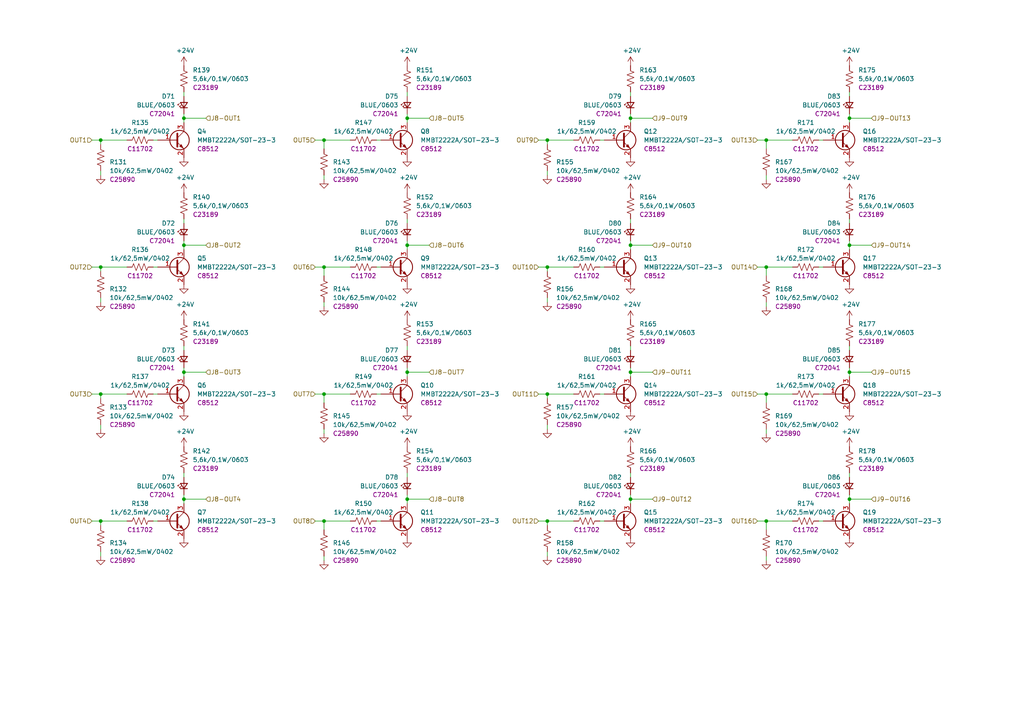
<source format=kicad_sch>
(kicad_sch (version 20230121) (generator eeschema)
  (paper "A4")
  (title_block (title "ESP 16x 24VDC Input 16x External Relay Output Module") (date "2022-10-20") (rev "V1"))
  (junction (at 182.88 107.95))
  (junction (at 222.25 40.64))
  (junction (at 158.75 114.3))
  (junction (at 222.25 114.3))
  (junction (at 222.25 77.47))
  (junction (at 53.34 71.12))
  (junction (at 29.21 114.3))
  (junction (at 222.25 151.13))
  (junction (at 118.11 107.95))
  (junction (at 118.11 34.29))
  (junction (at 93.98 77.47))
  (junction (at 93.98 151.13))
  (junction (at 118.11 71.12))
  (junction (at 29.21 40.64))
  (junction (at 158.75 77.47))
  (junction (at 158.75 40.64))
  (junction (at 182.88 144.78))
  (junction (at 246.38 144.78))
  (junction (at 182.88 71.12))
  (junction (at 93.98 40.64))
  (junction (at 246.38 107.95))
  (junction (at 182.88 34.29))
  (junction (at 53.34 34.29))
  (junction (at 53.34 107.95))
  (junction (at 246.38 71.12))
  (junction (at 29.21 77.47))
  (junction (at 29.21 151.13))
  (junction (at 118.11 144.78))
  (junction (at 246.38 34.29))
  (junction (at 53.34 144.78))
  (junction (at 158.75 151.13))
  (junction (at 93.98 114.3))
  (wire (pts (xy 182.88 100.33) (xy 182.88 101.6)))
  (wire (pts (xy 29.21 151.13) (xy 36.83 151.13)))
  (wire (pts (xy 29.21 114.3) (xy 29.21 115.57)))
  (wire (pts (xy 182.88 71.12) (xy 182.88 72.39)))
  (wire (pts (xy 53.34 137.16) (xy 53.34 138.43)))
  (wire (pts (xy 93.98 87.63) (xy 93.98 88.9)))
  (wire (pts (xy 109.22 40.64) (xy 110.49 40.64)))
  (wire (pts (xy 182.88 137.16) (xy 182.88 138.43)))
  (wire (pts (xy 93.98 40.64) (xy 101.6 40.64)))
  (wire (pts (xy 29.21 40.64) (xy 29.21 41.91)))
  (wire (pts (xy 109.22 114.3) (xy 110.49 114.3)))
  (wire (pts (xy 158.75 160.02) (xy 158.75 161.29)))
  (wire (pts (xy 246.38 34.29) (xy 252.73 34.29)))
  (wire (pts (xy 93.98 151.13) (xy 93.98 153.67)))
  (wire (pts (xy 118.11 63.5) (xy 118.11 64.77)))
  (wire (pts (xy 44.45 40.64) (xy 45.72 40.64)))
  (wire (pts (xy 182.88 63.5) (xy 182.88 64.77)))
  (wire (pts (xy 246.38 106.68) (xy 246.38 107.95)))
  (wire (pts (xy 118.11 69.85) (xy 118.11 71.12)))
  (wire (pts (xy 93.98 114.3) (xy 93.98 116.84)))
  (wire (pts (xy 158.75 40.64) (xy 158.75 41.91)))
  (wire (pts (xy 91.44 151.13) (xy 93.98 151.13)))
  (wire (pts (xy 26.67 151.13) (xy 29.21 151.13)))
  (wire (pts (xy 53.34 69.85) (xy 53.34 71.12)))
  (wire (pts (xy 29.21 86.36) (xy 29.21 87.63)))
  (wire (pts (xy 29.21 77.47) (xy 29.21 78.74)))
  (wire (pts (xy 93.98 114.3) (xy 101.6 114.3)))
  (wire (pts (xy 118.11 34.29) (xy 124.46 34.29)))
  (wire (pts (xy 219.71 40.64) (xy 222.25 40.64)))
  (wire (pts (xy 118.11 144.78) (xy 118.11 146.05)))
  (wire (pts (xy 29.21 151.13) (xy 29.21 152.4)))
  (wire (pts (xy 222.25 161.29) (xy 222.25 162.56)))
  (wire (pts (xy 156.21 151.13) (xy 158.75 151.13)))
  (wire (pts (xy 156.21 40.64) (xy 158.75 40.64)))
  (wire (pts (xy 246.38 33.02) (xy 246.38 34.29)))
  (wire (pts (xy 44.45 114.3) (xy 45.72 114.3)))
  (wire (pts (xy 118.11 107.95) (xy 124.46 107.95)))
  (wire (pts (xy 158.75 114.3) (xy 166.37 114.3)))
  (wire (pts (xy 93.98 124.46) (xy 93.98 125.73)))
  (wire (pts (xy 93.98 151.13) (xy 101.6 151.13)))
  (wire (pts (xy 93.98 40.64) (xy 93.98 43.18)))
  (wire (pts (xy 53.34 100.33) (xy 53.34 101.6)))
  (wire (pts (xy 158.75 77.47) (xy 166.37 77.47)))
  (wire (pts (xy 173.99 151.13) (xy 175.26 151.13)))
  (wire (pts (xy 182.88 107.95) (xy 189.23 107.95)))
  (wire (pts (xy 29.21 40.64) (xy 36.83 40.64)))
  (wire (pts (xy 219.71 151.13) (xy 222.25 151.13)))
  (wire (pts (xy 53.34 33.02) (xy 53.34 34.29)))
  (wire (pts (xy 44.45 151.13) (xy 45.72 151.13)))
  (wire (pts (xy 182.88 33.02) (xy 182.88 34.29)))
  (wire (pts (xy 246.38 34.29) (xy 246.38 35.56)))
  (wire (pts (xy 118.11 34.29) (xy 118.11 35.56)))
  (wire (pts (xy 158.75 86.36) (xy 158.75 87.63)))
  (wire (pts (xy 59.69 71.12) (xy 53.34 71.12)))
  (wire (pts (xy 53.34 143.51) (xy 53.34 144.78)))
  (wire (pts (xy 158.75 49.53) (xy 158.75 50.8)))
  (wire (pts (xy 246.38 71.12) (xy 246.38 72.39)))
  (wire (pts (xy 246.38 100.33) (xy 246.38 101.6)))
  (wire (pts (xy 118.11 71.12) (xy 118.11 72.39)))
  (wire (pts (xy 182.88 144.78) (xy 182.88 146.05)))
  (wire (pts (xy 93.98 77.47) (xy 93.98 80.01)))
  (wire (pts (xy 53.34 71.12) (xy 53.34 72.39)))
  (wire (pts (xy 222.25 151.13) (xy 222.25 153.67)))
  (wire (pts (xy 26.67 114.3) (xy 29.21 114.3)))
  (wire (pts (xy 182.88 143.51) (xy 182.88 144.78)))
  (wire (pts (xy 246.38 26.67) (xy 246.38 27.94)))
  (wire (pts (xy 222.25 114.3) (xy 229.87 114.3)))
  (wire (pts (xy 109.22 151.13) (xy 110.49 151.13)))
  (wire (pts (xy 182.88 26.67) (xy 182.88 27.94)))
  (wire (pts (xy 237.49 40.64) (xy 238.76 40.64)))
  (wire (pts (xy 246.38 137.16) (xy 246.38 138.43)))
  (wire (pts (xy 118.11 144.78) (xy 124.46 144.78)))
  (wire (pts (xy 26.67 77.47) (xy 29.21 77.47)))
  (wire (pts (xy 109.22 77.47) (xy 110.49 77.47)))
  (wire (pts (xy 182.88 106.68) (xy 182.88 107.95)))
  (wire (pts (xy 29.21 160.02) (xy 29.21 161.29)))
  (wire (pts (xy 29.21 123.19) (xy 29.21 124.46)))
  (wire (pts (xy 246.38 63.5) (xy 246.38 64.77)))
  (wire (pts (xy 44.45 77.47) (xy 45.72 77.47)))
  (wire (pts (xy 189.23 71.12) (xy 182.88 71.12)))
  (wire (pts (xy 182.88 34.29) (xy 182.88 35.56)))
  (wire (pts (xy 156.21 114.3) (xy 158.75 114.3)))
  (wire (pts (xy 222.25 77.47) (xy 229.87 77.47)))
  (wire (pts (xy 118.11 100.33) (xy 118.11 101.6)))
  (wire (pts (xy 53.34 63.5) (xy 53.34 64.77)))
  (wire (pts (xy 53.34 106.68) (xy 53.34 107.95)))
  (wire (pts (xy 93.98 161.29) (xy 93.98 162.56)))
  (wire (pts (xy 219.71 114.3) (xy 222.25 114.3)))
  (wire (pts (xy 118.11 143.51) (xy 118.11 144.78)))
  (wire (pts (xy 222.25 40.64) (xy 229.87 40.64)))
  (wire (pts (xy 246.38 144.78) (xy 246.38 146.05)))
  (wire (pts (xy 93.98 50.8) (xy 93.98 52.07)))
  (wire (pts (xy 118.11 71.12) (xy 124.46 71.12)))
  (wire (pts (xy 53.34 144.78) (xy 59.69 144.78)))
  (wire (pts (xy 246.38 144.78) (xy 252.73 144.78)))
  (wire (pts (xy 118.11 26.67) (xy 118.11 27.94)))
  (wire (pts (xy 182.88 69.85) (xy 182.88 71.12)))
  (wire (pts (xy 222.25 124.46) (xy 222.25 125.73)))
  (wire (pts (xy 59.69 34.29) (xy 53.34 34.29)))
  (wire (pts (xy 219.71 77.47) (xy 222.25 77.47)))
  (wire (pts (xy 158.75 114.3) (xy 158.75 115.57)))
  (wire (pts (xy 29.21 49.53) (xy 29.21 50.8)))
  (wire (pts (xy 222.25 151.13) (xy 229.87 151.13)))
  (wire (pts (xy 222.25 50.8) (xy 222.25 52.07)))
  (wire (pts (xy 158.75 77.47) (xy 158.75 78.74)))
  (wire (pts (xy 53.34 34.29) (xy 53.34 35.56)))
  (wire (pts (xy 246.38 71.12) (xy 252.73 71.12)))
  (wire (pts (xy 158.75 40.64) (xy 166.37 40.64)))
  (wire (pts (xy 53.34 107.95) (xy 59.69 107.95)))
  (wire (pts (xy 93.98 77.47) (xy 101.6 77.47)))
  (wire (pts (xy 53.34 144.78) (xy 53.34 146.05)))
  (wire (pts (xy 156.21 77.47) (xy 158.75 77.47)))
  (wire (pts (xy 222.25 40.64) (xy 222.25 43.18)))
  (wire (pts (xy 237.49 151.13) (xy 238.76 151.13)))
  (wire (pts (xy 26.67 40.64) (xy 29.21 40.64)))
  (wire (pts (xy 222.25 77.47) (xy 222.25 80.01)))
  (wire (pts (xy 118.11 137.16) (xy 118.11 138.43)))
  (wire (pts (xy 118.11 33.02) (xy 118.11 34.29)))
  (wire (pts (xy 91.44 40.64) (xy 93.98 40.64)))
  (wire (pts (xy 246.38 69.85) (xy 246.38 71.12)))
  (wire (pts (xy 237.49 114.3) (xy 238.76 114.3)))
  (wire (pts (xy 158.75 151.13) (xy 166.37 151.13)))
  (wire (pts (xy 53.34 26.67) (xy 53.34 27.94)))
  (wire (pts (xy 246.38 107.95) (xy 252.73 107.95)))
  (wire (pts (xy 29.21 114.3) (xy 36.83 114.3)))
  (wire (pts (xy 91.44 77.47) (xy 93.98 77.47)))
  (wire (pts (xy 91.44 114.3) (xy 93.98 114.3)))
  (wire (pts (xy 118.11 106.68) (xy 118.11 107.95)))
  (wire (pts (xy 246.38 143.51) (xy 246.38 144.78)))
  (wire (pts (xy 189.23 34.29) (xy 182.88 34.29)))
  (wire (pts (xy 182.88 107.95) (xy 182.88 109.22)))
  (wire (pts (xy 237.49 77.47) (xy 238.76 77.47)))
  (wire (pts (xy 158.75 123.19) (xy 158.75 124.46)))
  (wire (pts (xy 222.25 114.3) (xy 222.25 116.84)))
  (wire (pts (xy 246.38 107.95) (xy 246.38 109.22)))
  (wire (pts (xy 182.88 144.78) (xy 189.23 144.78)))
  (wire (pts (xy 173.99 77.47) (xy 175.26 77.47)))
  (wire (pts (xy 158.75 151.13) (xy 158.75 152.4)))
  (wire (pts (xy 29.21 77.47) (xy 36.83 77.47)))
  (wire (pts (xy 53.34 107.95) (xy 53.34 109.22)))
  (wire (pts (xy 173.99 40.64) (xy 175.26 40.64)))
  (wire (pts (xy 118.11 107.95) (xy 118.11 109.22)))
  (wire (pts (xy 222.25 87.63) (xy 222.25 88.9)))
  (wire (pts (xy 173.99 114.3) (xy 175.26 114.3)))
  (hierarchical_label "J8-OUT8" (shape input) (at 124.46 144.78 0))
  (hierarchical_label "J8-OUT6" (shape input) (at 124.46 71.12 0))
  (hierarchical_label "OUT1" (shape input) (at 26.67 40.64 180))
  (hierarchical_label "J8-OUT4" (shape input) (at 59.69 144.78 0))
  (hierarchical_label "OUT12" (shape input) (at 156.21 151.13 180))
  (hierarchical_label "J9-OUT14" (shape input) (at 252.73 71.12 0))
  (hierarchical_label "J8-OUT2" (shape input) (at 59.69 71.12 0))
  (hierarchical_label "J9-OUT16" (shape input) (at 252.73 144.78 0))
  (hierarchical_label "J9-OUT11" (shape input) (at 189.23 107.95 0))
  (hierarchical_label "OUT9" (shape input) (at 156.21 40.64 180))
  (hierarchical_label "OUT7" (shape input) (at 91.44 114.3 180))
  (hierarchical_label "OUT15" (shape input) (at 219.71 114.3 180))
  (hierarchical_label "J8-OUT5" (shape input) (at 124.46 34.29 0))
  (hierarchical_label "J9-OUT15" (shape input) (at 252.73 107.95 0))
  (hierarchical_label "OUT13" (shape input) (at 219.71 40.64 180))
  (hierarchical_label "OUT16" (shape input) (at 219.71 151.13 180))
  (hierarchical_label "J8-OUT1" (shape input) (at 59.69 34.29 0))
  (hierarchical_label "OUT4" (shape input) (at 26.67 151.13 180))
  (hierarchical_label "OUT8" (shape input) (at 91.44 151.13 180))
  (hierarchical_label "OUT14" (shape input) (at 219.71 77.47 180))
  (hierarchical_label "OUT10" (shape input) (at 156.21 77.47 180))
  (hierarchical_label "J8-OUT7" (shape input) (at 124.46 107.95 0))
  (hierarchical_label "J9-OUT12" (shape input) (at 189.23 144.78 0))
  (hierarchical_label "OUT6" (shape input) (at 91.44 77.47 180))
  (hierarchical_label "J9-OUT13" (shape input) (at 252.73 34.29 0))
  (hierarchical_label "OUT3" (shape input) (at 26.67 114.3 180))
  (hierarchical_label "J8-OUT3" (shape input) (at 59.69 107.95 0))
  (hierarchical_label "OUT5" (shape input) (at 91.44 40.64 180))
  (hierarchical_label "J9-OUT9" (shape input) (at 189.23 34.29 0))
  (hierarchical_label "OUT2" (shape input) (at 26.67 77.47 180))
  (hierarchical_label "OUT11" (shape input) (at 156.21 114.3 180))
  (hierarchical_label "J9-OUT10" (shape input) (at 189.23 71.12 0))
  (symbol (lib_id "Device:LED_Small") (at 246.38 67.31 90) (unit 1)
    (property "Reference" "D84" (at 243.84 64.77 90) (effects (justify left)))
    (property "Value" "BLUE/0603" (at 243.84 67.31 90) (effects (justify left)))
    (property "Footprint" "Tales:LED_0603_1608Metric" (effects hide))
    (property "Case" "0603" (effects hide))
    (property "Mfr" "Everlight" (effects hide))
    (property "Mfr PN" "19-217/BHC-ZL1M2RY/3T" (effects hide))
    (property "Vendor" "JLCPCB" (effects hide))
    (property "Vendor PN" "C72041" (effects hide))
    (property "LCSC Part #" "C72041" (at 243.84 69.85 90) (effects (justify left)))
    (property "JLCPCB BOM" "1" (effects hide))
    (instances (project "ESP-relay-32ch-V1" (path "" (reference "D84") (unit 1)) (path "" (reference "D100") (unit 1))))
  )
  (symbol (lib_id "Device:R_US") (at 93.98 157.48 0) (unit 1)
    (property "Reference" "R146" (at 96.52 157.48 0) (effects (justify left)))
    (property "Value" "10k/62,5mW/0402" (at 96.52 160.02 0) (effects (justify left)))
    (property "Footprint" "Tales:R_0402_1005Metric" (effects hide))
    (property "Case" "0402/1005" (effects hide))
    (property "Mfr" "Uniroyal" (effects hide))
    (property "Vendor" "JLCPCB" (effects hide))
    (property "Mfr PN" "0402WGF1002TCE" (effects hide))
    (property "Vendor PN" "C25890" (effects hide))
    (property "LCSC Part #" "C25890" (at 96.52 162.56 0) (effects (justify left)))
    (property "JLCPCB BOM" "1" (effects hide))
    (instances (project "ESP-relay-32ch-V1" (path "" (reference "R146") (unit 1)) (path "" (reference "R194") (unit 1))))
  )
  (symbol (lib_id "power:GND") (at 182.88 45.72 0) (unit 1)
    (property "Reference" "#PWR0240" (effects hide))
    (property "Value" "GNDREF" (effects hide))
    (instances (project "ESP-relay-32ch-V1" (path "" (reference "#PWR0240") (unit 1)) (path "" (reference "#PWR0290") (unit 1))))
  )
  (symbol (lib_id "Device:R_US") (at 158.75 45.72 0) (unit 1)
    (property "Reference" "R155" (at 161.29 46.99 0) (effects (justify left)))
    (property "Value" "10k/62,5mW/0402" (at 161.29 49.53 0) (effects (justify left)))
    (property "Footprint" "Tales:R_0402_1005Metric" (effects hide))
    (property "Case" "0402/1005" (effects hide))
    (property "Mfr" "Uniroyal" (effects hide))
    (property "Vendor" "JLCPCB" (effects hide))
    (property "Mfr PN" "0402WGF1002TCE" (effects hide))
    (property "Vendor PN" "C25890" (effects hide))
    (property "LCSC Part #" "C25890" (at 161.29 52.07 0) (effects (justify left)))
    (property "JLCPCB BOM" "1" (effects hide))
    (instances (project "ESP-relay-32ch-V1" (path "" (reference "R155") (unit 1)) (path "" (reference "R203") (unit 1))))
  )
  (symbol (lib_id "Device:R_US") (at 170.18 40.64 270) (unit 1)
    (property "Reference" "R159" (at 170.18 35.56 90))
    (property "Value" "1k/62,5mW/0402" (at 170.18 38.1 90))
    (property "Footprint" "Tales:R_0402_1005Metric" (effects hide))
    (property "Case" "0402/1005" (effects hide))
    (property "Mfr" "Uniroyal" (effects hide))
    (property "Mfr PN" "0402WGF1001TCE" (effects hide))
    (property "Vendor" "JLCPCB" (effects hide))
    (property "Vendor PN" "C11702" (effects hide))
    (property "LCSC Part #" "C11702" (at 170.18 43.18 90))
    (property "JLCPCB BOM" "1" (effects hide))
    (instances (project "ESP-relay-32ch-V1" (path "" (reference "R159") (unit 1)) (path "" (reference "R207") (unit 1))))
  )
  (symbol (lib_id "Device:LED_Small") (at 53.34 104.14 90) (unit 1)
    (property "Reference" "D73" (at 50.8 101.6 90) (effects (justify left)))
    (property "Value" "BLUE/0603" (at 50.8 104.14 90) (effects (justify left)))
    (property "Footprint" "Tales:LED_0603_1608Metric" (effects hide))
    (property "Case" "0603" (effects hide))
    (property "Mfr" "Everlight" (effects hide))
    (property "Mfr PN" "19-217/BHC-ZL1M2RY/3T" (effects hide))
    (property "Vendor" "JLCPCB" (effects hide))
    (property "Vendor PN" "C72041" (effects hide))
    (property "LCSC Part #" "C72041" (at 50.8 106.68 90) (effects (justify left)))
    (property "JLCPCB BOM" "1" (effects hide))
    (instances (project "ESP-relay-32ch-V1" (path "" (reference "D73") (unit 1)) (path "" (reference "D89") (unit 1))))
  )
  (symbol (lib_id "Device:R_US") (at 233.68 151.13 270) (unit 1)
    (property "Reference" "R174" (at 233.68 146.05 90))
    (property "Value" "1k/62,5mW/0402" (at 233.68 148.59 90))
    (property "Footprint" "Tales:R_0402_1005Metric" (effects hide))
    (property "Case" "0402/1005" (effects hide))
    (property "Mfr" "Uniroyal" (effects hide))
    (property "Mfr PN" "0402WGF1001TCE" (effects hide))
    (property "Vendor" "JLCPCB" (effects hide))
    (property "Vendor PN" "C11702" (effects hide))
    (property "LCSC Part #" "C11702" (at 233.68 153.67 90))
    (property "JLCPCB BOM" "1" (effects hide))
    (instances (project "ESP-relay-32ch-V1" (path "" (reference "R174") (unit 1)) (path "" (reference "R222") (unit 1))))
  )
  (symbol (lib_id "power:GND") (at 29.21 161.29 0) (unit 1)
    (property "Reference" "#PWR0214" (effects hide))
    (property "Value" "GNDREF" (effects hide))
    (instances (project "ESP-relay-32ch-V1" (path "" (reference "#PWR0214") (unit 1)) (path "" (reference "#PWR0264") (unit 1))))
  )
  (symbol (lib_id "power:+24V") (at 118.11 129.54 0) (unit 1)
    (property "Reference" "#PWR0233" (effects hide))
    (property "Value" "+24V" (at 118.491 125.1458 0))
    (instances (project "ESP-relay-32ch-V1" (path "" (reference "#PWR0233") (unit 1)) (path "" (reference "#PWR0283") (unit 1))))
  )
  (symbol (lib_id "Device:R_US") (at 246.38 22.86 0) (unit 1)
    (property "Reference" "R175" (at 248.92 20.32 0) (effects (justify left)))
    (property "Value" "5,6k/0,1W/0603" (at 248.92 22.86 0) (effects (justify left)))
    (property "Footprint" "Tales:R_0603_1608Metric" (effects hide))
    (property "Case" "0603/1608" (effects hide))
    (property "Mfr" "Uniroyal" (effects hide))
    (property "Mfr PN" "0603WAF5601T5E" (effects hide))
    (property "Vendor" "JLCPCB" (effects hide))
    (property "Vendor PN" "C23189" (effects hide))
    (property "LCSC Part #" "C23189" (at 248.92 25.4 0) (effects (justify left)))
    (property "JLCPCB BOM" "1" (effects hide))
    (instances (project "ESP-relay-32ch-V1" (path "" (reference "R175") (unit 1)) (path "" (reference "R223") (unit 1))))
  )
  (symbol (lib_id "Device:R_US") (at 93.98 83.82 0) (unit 1)
    (property "Reference" "R144" (at 96.52 83.82 0) (effects (justify left)))
    (property "Value" "10k/62,5mW/0402" (at 96.52 86.36 0) (effects (justify left)))
    (property "Footprint" "Tales:R_0402_1005Metric" (effects hide))
    (property "Case" "0402/1005" (effects hide))
    (property "Mfr" "Uniroyal" (effects hide))
    (property "Vendor" "JLCPCB" (effects hide))
    (property "Mfr PN" "0402WGF1002TCE" (effects hide))
    (property "Vendor PN" "C25890" (effects hide))
    (property "LCSC Part #" "C25890" (at 96.52 88.9 0) (effects (justify left)))
    (property "JLCPCB BOM" "1" (effects hide))
    (instances (project "ESP-relay-32ch-V1" (path "" (reference "R144") (unit 1)) (path "" (reference "R192") (unit 1))))
  )
  (symbol (lib_id "Device:R_US") (at 222.25 120.65 0) (unit 1)
    (property "Reference" "R169" (at 224.79 120.65 0) (effects (justify left)))
    (property "Value" "10k/62,5mW/0402" (at 224.79 123.19 0) (effects (justify left)))
    (property "Footprint" "Tales:R_0402_1005Metric" (effects hide))
    (property "Case" "0402/1005" (effects hide))
    (property "Mfr" "Uniroyal" (effects hide))
    (property "Vendor" "JLCPCB" (effects hide))
    (property "Mfr PN" "0402WGF1002TCE" (effects hide))
    (property "Vendor PN" "C25890" (effects hide))
    (property "LCSC Part #" "C25890" (at 224.79 125.73 0) (effects (justify left)))
    (property "JLCPCB BOM" "1" (effects hide))
    (instances (project "ESP-relay-32ch-V1" (path "" (reference "R169") (unit 1)) (path "" (reference "R217") (unit 1))))
  )
  (symbol (lib_id "Device:R_US") (at 158.75 156.21 0) (unit 1)
    (property "Reference" "R158" (at 161.29 157.48 0) (effects (justify left)))
    (property "Value" "10k/62,5mW/0402" (at 161.29 160.02 0) (effects (justify left)))
    (property "Footprint" "Tales:R_0402_1005Metric" (effects hide))
    (property "Case" "0402/1005" (effects hide))
    (property "Mfr" "Uniroyal" (effects hide))
    (property "Vendor" "JLCPCB" (effects hide))
    (property "Mfr PN" "0402WGF1002TCE" (effects hide))
    (property "Vendor PN" "C25890" (effects hide))
    (property "LCSC Part #" "C25890" (at 161.29 162.56 0) (effects (justify left)))
    (property "JLCPCB BOM" "1" (effects hide))
    (instances (project "ESP-relay-32ch-V1" (path "" (reference "R158") (unit 1)) (path "" (reference "R206") (unit 1))))
  )
  (symbol (lib_id "power:+24V") (at 182.88 129.54 0) (unit 1)
    (property "Reference" "#PWR0245" (effects hide))
    (property "Value" "+24V" (at 183.261 125.1458 0))
    (instances (project "ESP-relay-32ch-V1" (path "" (reference "#PWR0245") (unit 1)) (path "" (reference "#PWR0295") (unit 1))))
  )
  (symbol (lib_id "power:+24V") (at 246.38 19.05 0) (unit 1)
    (property "Reference" "#PWR0251" (effects hide))
    (property "Value" "+24V" (at 246.761 14.6558 0))
    (instances (project "ESP-relay-32ch-V1" (path "" (reference "#PWR0251") (unit 1)) (path "" (reference "#PWR0301") (unit 1))))
  )
  (symbol (lib_id "Device:LED_Small") (at 246.38 140.97 90) (unit 1)
    (property "Reference" "D86" (at 243.84 138.43 90) (effects (justify left)))
    (property "Value" "BLUE/0603" (at 243.84 140.97 90) (effects (justify left)))
    (property "Footprint" "Tales:LED_0603_1608Metric" (effects hide))
    (property "Case" "0603" (effects hide))
    (property "Mfr" "Everlight" (effects hide))
    (property "Mfr PN" "19-217/BHC-ZL1M2RY/3T" (effects hide))
    (property "Vendor" "JLCPCB" (effects hide))
    (property "Vendor PN" "C72041" (effects hide))
    (property "LCSC Part #" "C72041" (at 243.84 143.51 90) (effects (justify left)))
    (property "JLCPCB BOM" "1" (effects hide))
    (instances (project "ESP-relay-32ch-V1" (path "" (reference "D86") (unit 1)) (path "" (reference "D102") (unit 1))))
  )
  (symbol (lib_id "Device:Q_NPN_BEC") (at 243.84 77.47 0) (unit 1)
    (property "Reference" "Q17" (at 250.19 74.93 0) (effects (justify left)))
    (property "Value" "MMBT2222A/SOT-23-3" (at 250.19 77.47 0) (effects (justify left)))
    (property "Footprint" "Tales:SOT-23" (effects hide))
    (property "Case" "SOT-23-3" (effects hide))
    (property "Mfr" "Changjiang" (effects hide))
    (property "Mfr PN" "MMBT2222A" (effects hide))
    (property "Technology" "BJT" (effects hide))
    (property "Vendor" "JLCPCB" (effects hide))
    (property "Vendor PN" "C8512" (effects hide))
    (property "JLCPCB BOM" "1" (effects hide))
    (property "LCSC Part #" "C8512" (at 250.19 80.01 0) (effects (justify left)))
    (instances (project "ESP-relay-32ch-V1" (path "" (reference "Q17") (unit 1)) (path "" (reference "Q33") (unit 1))))
  )
  (symbol (lib_id "power:GND") (at 158.75 87.63 0) (unit 1)
    (property "Reference" "#PWR0236" (effects hide))
    (property "Value" "GNDREF" (effects hide))
    (instances (project "ESP-relay-32ch-V1" (path "" (reference "#PWR0236") (unit 1)) (path "" (reference "#PWR0286") (unit 1))))
  )
  (symbol (lib_id "Device:R_US") (at 105.41 40.64 270) (unit 1)
    (property "Reference" "R147" (at 105.41 35.56 90))
    (property "Value" "1k/62,5mW/0402" (at 105.41 38.1 90))
    (property "Footprint" "Tales:R_0402_1005Metric" (effects hide))
    (property "Case" "0402/1005" (effects hide))
    (property "Mfr" "Uniroyal" (effects hide))
    (property "Mfr PN" "0402WGF1001TCE" (effects hide))
    (property "Vendor" "JLCPCB" (effects hide))
    (property "Vendor PN" "C11702" (effects hide))
    (property "LCSC Part #" "C11702" (at 105.41 43.18 90))
    (property "JLCPCB BOM" "1" (effects hide))
    (instances (project "ESP-relay-32ch-V1" (path "" (reference "R147") (unit 1)) (path "" (reference "R195") (unit 1))))
  )
  (symbol (lib_id "power:+24V") (at 53.34 129.54 0) (unit 1)
    (property "Reference" "#PWR0221" (effects hide))
    (property "Value" "+24V" (at 53.721 125.1458 0))
    (instances (project "ESP-relay-32ch-V1" (path "" (reference "#PWR0221") (unit 1)) (path "" (reference "#PWR0271") (unit 1))))
  )
  (symbol (lib_id "power:GND") (at 246.38 119.38 0) (unit 1)
    (property "Reference" "#PWR0256" (effects hide))
    (property "Value" "GNDREF" (effects hide))
    (instances (project "ESP-relay-32ch-V1" (path "" (reference "#PWR0256") (unit 1)) (path "" (reference "#PWR0306") (unit 1))))
  )
  (symbol (lib_id "power:GND") (at 246.38 156.21 0) (unit 1)
    (property "Reference" "#PWR0258" (effects hide))
    (property "Value" "GNDREF" (effects hide))
    (instances (project "ESP-relay-32ch-V1" (path "" (reference "#PWR0258") (unit 1)) (path "" (reference "#PWR0308") (unit 1))))
  )
  (symbol (lib_id "power:GND") (at 93.98 162.56 0) (unit 1)
    (property "Reference" "#PWR0226" (effects hide))
    (property "Value" "GNDREF" (effects hide))
    (instances (project "ESP-relay-32ch-V1" (path "" (reference "#PWR0226") (unit 1)) (path "" (reference "#PWR0276") (unit 1))))
  )
  (symbol (lib_id "Device:Q_NPN_BEC") (at 115.57 77.47 0) (unit 1)
    (property "Reference" "Q9" (at 121.92 74.93 0) (effects (justify left)))
    (property "Value" "MMBT2222A/SOT-23-3" (at 121.92 77.47 0) (effects (justify left)))
    (property "Footprint" "Tales:SOT-23" (effects hide))
    (property "Case" "SOT-23-3" (effects hide))
    (property "Mfr" "Changjiang" (effects hide))
    (property "Mfr PN" "MMBT2222A" (effects hide))
    (property "Technology" "BJT" (effects hide))
    (property "Vendor" "JLCPCB" (effects hide))
    (property "Vendor PN" "C8512" (effects hide))
    (property "JLCPCB BOM" "1" (effects hide))
    (property "LCSC Part #" "C8512" (at 121.92 80.01 0) (effects (justify left)))
    (instances (project "ESP-relay-32ch-V1" (path "" (reference "Q9") (unit 1)) (path "" (reference "Q25") (unit 1))))
  )
  (symbol (lib_id "Device:LED_Small") (at 53.34 30.48 90) (unit 1)
    (property "Reference" "D71" (at 50.8 27.94 90) (effects (justify left)))
    (property "Value" "BLUE/0603" (at 50.8 30.48 90) (effects (justify left)))
    (property "Footprint" "Tales:LED_0603_1608Metric" (effects hide))
    (property "Case" "0603" (effects hide))
    (property "Mfr" "Everlight" (effects hide))
    (property "Mfr PN" "19-217/BHC-ZL1M2RY/3T" (effects hide))
    (property "Vendor" "JLCPCB" (effects hide))
    (property "Vendor PN" "C72041" (effects hide))
    (property "LCSC Part #" "C72041" (at 50.8 33.02 90) (effects (justify left)))
    (property "JLCPCB BOM" "1" (effects hide))
    (instances (project "ESP-relay-32ch-V1" (path "" (reference "D71") (unit 1)) (path "" (reference "D87") (unit 1))))
  )
  (symbol (lib_id "power:+24V") (at 53.34 92.71 0) (unit 1)
    (property "Reference" "#PWR0219" (effects hide))
    (property "Value" "+24V" (at 53.721 88.3158 0))
    (instances (project "ESP-relay-32ch-V1" (path "" (reference "#PWR0219") (unit 1)) (path "" (reference "#PWR0269") (unit 1))))
  )
  (symbol (lib_id "Device:R_US") (at 93.98 120.65 0) (unit 1)
    (property "Reference" "R145" (at 96.52 120.65 0) (effects (justify left)))
    (property "Value" "10k/62,5mW/0402" (at 96.52 123.19 0) (effects (justify left)))
    (property "Footprint" "Tales:R_0402_1005Metric" (effects hide))
    (property "Case" "0402/1005" (effects hide))
    (property "Mfr" "Uniroyal" (effects hide))
    (property "Vendor" "JLCPCB" (effects hide))
    (property "Mfr PN" "0402WGF1002TCE" (effects hide))
    (property "Vendor PN" "C25890" (effects hide))
    (property "LCSC Part #" "C25890" (at 96.52 125.73 0) (effects (justify left)))
    (property "JLCPCB BOM" "1" (effects hide))
    (instances (project "ESP-relay-32ch-V1" (path "" (reference "R145") (unit 1)) (path "" (reference "R193") (unit 1))))
  )
  (symbol (lib_id "power:GND") (at 53.34 82.55 0) (unit 1)
    (property "Reference" "#PWR0218" (effects hide))
    (property "Value" "GNDREF" (effects hide))
    (instances (project "ESP-relay-32ch-V1" (path "" (reference "#PWR0218") (unit 1)) (path "" (reference "#PWR0268") (unit 1))))
  )
  (symbol (lib_id "Device:R_US") (at 118.11 59.69 0) (unit 1)
    (property "Reference" "R152" (at 120.65 57.15 0) (effects (justify left)))
    (property "Value" "5,6k/0,1W/0603" (at 120.65 59.69 0) (effects (justify left)))
    (property "Footprint" "Tales:R_0603_1608Metric" (effects hide))
    (property "Case" "0603/1608" (effects hide))
    (property "Mfr" "Uniroyal" (effects hide))
    (property "Mfr PN" "0603WAF5601T5E" (effects hide))
    (property "Vendor" "JLCPCB" (effects hide))
    (property "Vendor PN" "C23189" (effects hide))
    (property "LCSC Part #" "C23189" (at 120.65 62.23 0) (effects (justify left)))
    (property "JLCPCB BOM" "1" (effects hide))
    (instances (project "ESP-relay-32ch-V1" (path "" (reference "R152") (unit 1)) (path "" (reference "R200") (unit 1))))
  )
  (symbol (lib_id "Device:Q_NPN_BEC") (at 50.8 77.47 0) (unit 1)
    (property "Reference" "Q5" (at 57.15 74.93 0) (effects (justify left)))
    (property "Value" "MMBT2222A/SOT-23-3" (at 57.15 77.47 0) (effects (justify left)))
    (property "Footprint" "Tales:SOT-23" (effects hide))
    (property "Case" "SOT-23-3" (effects hide))
    (property "Mfr" "Changjiang" (effects hide))
    (property "Mfr PN" "MMBT2222A" (effects hide))
    (property "Technology" "BJT" (effects hide))
    (property "Vendor" "JLCPCB" (effects hide))
    (property "Vendor PN" "C8512" (effects hide))
    (property "JLCPCB BOM" "1" (effects hide))
    (property "LCSC Part #" "C8512" (at 57.15 80.01 0) (effects (justify left)))
    (instances (project "ESP-relay-32ch-V1" (path "" (reference "Q5") (unit 1)) (path "" (reference "Q21") (unit 1))))
  )
  (symbol (lib_id "Device:R_US") (at 222.25 46.99 0) (unit 1)
    (property "Reference" "R167" (at 224.79 46.99 0) (effects (justify left)))
    (property "Value" "10k/62,5mW/0402" (at 224.79 49.53 0) (effects (justify left)))
    (property "Footprint" "Tales:R_0402_1005Metric" (effects hide))
    (property "Case" "0402/1005" (effects hide))
    (property "Mfr" "Uniroyal" (effects hide))
    (property "Vendor" "JLCPCB" (effects hide))
    (property "Mfr PN" "0402WGF1002TCE" (effects hide))
    (property "Vendor PN" "C25890" (effects hide))
    (property "LCSC Part #" "C25890" (at 224.79 52.07 0) (effects (justify left)))
    (property "JLCPCB BOM" "1" (effects hide))
    (instances (project "ESP-relay-32ch-V1" (path "" (reference "R167") (unit 1)) (path "" (reference "R215") (unit 1))))
  )
  (symbol (lib_id "power:GND") (at 182.88 119.38 0) (unit 1)
    (property "Reference" "#PWR0244" (effects hide))
    (property "Value" "GNDREF" (effects hide))
    (instances (project "ESP-relay-32ch-V1" (path "" (reference "#PWR0244") (unit 1)) (path "" (reference "#PWR0294") (unit 1))))
  )
  (symbol (lib_id "power:+24V") (at 246.38 129.54 0) (unit 1)
    (property "Reference" "#PWR0257" (effects hide))
    (property "Value" "+24V" (at 246.761 125.1458 0))
    (instances (project "ESP-relay-32ch-V1" (path "" (reference "#PWR0257") (unit 1)) (path "" (reference "#PWR0307") (unit 1))))
  )
  (symbol (lib_id "Device:R_US") (at 170.18 114.3 270) (unit 1)
    (property "Reference" "R161" (at 170.18 109.22 90))
    (property "Value" "1k/62,5mW/0402" (at 170.18 111.76 90))
    (property "Footprint" "Tales:R_0402_1005Metric" (effects hide))
    (property "Case" "0402/1005" (effects hide))
    (property "Mfr" "Uniroyal" (effects hide))
    (property "Mfr PN" "0402WGF1001TCE" (effects hide))
    (property "Vendor" "JLCPCB" (effects hide))
    (property "Vendor PN" "C11702" (effects hide))
    (property "LCSC Part #" "C11702" (at 170.18 116.84 90))
    (property "JLCPCB BOM" "1" (effects hide))
    (instances (project "ESP-relay-32ch-V1" (path "" (reference "R161") (unit 1)) (path "" (reference "R209") (unit 1))))
  )
  (symbol (lib_id "Device:LED_Small") (at 182.88 140.97 90) (unit 1)
    (property "Reference" "D82" (at 180.34 138.43 90) (effects (justify left)))
    (property "Value" "BLUE/0603" (at 180.34 140.97 90) (effects (justify left)))
    (property "Footprint" "Tales:LED_0603_1608Metric" (effects hide))
    (property "Case" "0603" (effects hide))
    (property "Mfr" "Everlight" (effects hide))
    (property "Mfr PN" "19-217/BHC-ZL1M2RY/3T" (effects hide))
    (property "Vendor" "JLCPCB" (effects hide))
    (property "Vendor PN" "C72041" (effects hide))
    (property "LCSC Part #" "C72041" (at 180.34 143.51 90) (effects (justify left)))
    (property "JLCPCB BOM" "1" (effects hide))
    (instances (project "ESP-relay-32ch-V1" (path "" (reference "D82") (unit 1)) (path "" (reference "D98") (unit 1))))
  )
  (symbol (lib_id "power:GND") (at 118.11 82.55 0) (unit 1)
    (property "Reference" "#PWR0230" (effects hide))
    (property "Value" "GNDREF" (effects hide))
    (instances (project "ESP-relay-32ch-V1" (path "" (reference "#PWR0230") (unit 1)) (path "" (reference "#PWR0280") (unit 1))))
  )
  (symbol (lib_id "power:GND") (at 222.25 88.9 0) (unit 1)
    (property "Reference" "#PWR0248" (effects hide))
    (property "Value" "GNDREF" (effects hide))
    (instances (project "ESP-relay-32ch-V1" (path "" (reference "#PWR0248") (unit 1)) (path "" (reference "#PWR0298") (unit 1))))
  )
  (symbol (lib_id "power:+24V") (at 182.88 92.71 0) (unit 1)
    (property "Reference" "#PWR0243" (effects hide))
    (property "Value" "+24V" (at 183.261 88.3158 0))
    (instances (project "ESP-relay-32ch-V1" (path "" (reference "#PWR0243") (unit 1)) (path "" (reference "#PWR0293") (unit 1))))
  )
  (symbol (lib_id "power:GND") (at 222.25 52.07 0) (unit 1)
    (property "Reference" "#PWR0247" (effects hide))
    (property "Value" "GNDREF" (effects hide))
    (instances (project "ESP-relay-32ch-V1" (path "" (reference "#PWR0247") (unit 1)) (path "" (reference "#PWR0297") (unit 1))))
  )
  (symbol (lib_id "power:GND") (at 29.21 124.46 0) (unit 1)
    (property "Reference" "#PWR0213" (effects hide))
    (property "Value" "GNDREF" (effects hide))
    (instances (project "ESP-relay-32ch-V1" (path "" (reference "#PWR0213") (unit 1)) (path "" (reference "#PWR0263") (unit 1))))
  )
  (symbol (lib_id "Device:R_US") (at 29.21 82.55 0) (unit 1)
    (property "Reference" "R132" (at 31.75 83.82 0) (effects (justify left)))
    (property "Value" "10k/62,5mW/0402" (at 31.75 86.36 0) (effects (justify left)))
    (property "Footprint" "Tales:R_0402_1005Metric" (effects hide))
    (property "Case" "0402/1005" (effects hide))
    (property "Mfr" "Uniroyal" (effects hide))
    (property "Vendor" "JLCPCB" (effects hide))
    (property "Mfr PN" "0402WGF1002TCE" (effects hide))
    (property "Vendor PN" "C25890" (effects hide))
    (property "LCSC Part #" "C25890" (at 31.75 88.9 0) (effects (justify left)))
    (property "JLCPCB BOM" "1" (effects hide))
    (instances (project "ESP-relay-32ch-V1" (path "" (reference "R132") (unit 1)) (path "" (reference "R180") (unit 1))))
  )
  (symbol (lib_id "Device:Q_NPN_BEC") (at 243.84 40.64 0) (unit 1)
    (property "Reference" "Q16" (at 250.19 38.1 0) (effects (justify left)))
    (property "Value" "MMBT2222A/SOT-23-3" (at 250.19 40.64 0) (effects (justify left)))
    (property "Footprint" "Tales:SOT-23" (effects hide))
    (property "Case" "SOT-23-3" (effects hide))
    (property "Mfr" "Changjiang" (effects hide))
    (property "Mfr PN" "MMBT2222A" (effects hide))
    (property "Technology" "BJT" (effects hide))
    (property "Vendor" "JLCPCB" (effects hide))
    (property "Vendor PN" "C8512" (effects hide))
    (property "JLCPCB BOM" "1" (effects hide))
    (property "LCSC Part #" "C8512" (at 250.19 43.18 0) (effects (justify left)))
    (instances (project "ESP-relay-32ch-V1" (path "" (reference "Q16") (unit 1)) (path "" (reference "Q32") (unit 1))))
  )
  (symbol (lib_id "Device:Q_NPN_BEC") (at 115.57 114.3 0) (unit 1)
    (property "Reference" "Q10" (at 121.92 111.76 0) (effects (justify left)))
    (property "Value" "MMBT2222A/SOT-23-3" (at 121.92 114.3 0) (effects (justify left)))
    (property "Footprint" "Tales:SOT-23" (effects hide))
    (property "Case" "SOT-23-3" (effects hide))
    (property "Mfr" "Changjiang" (effects hide))
    (property "Mfr PN" "MMBT2222A" (effects hide))
    (property "Technology" "BJT" (effects hide))
    (property "Vendor" "JLCPCB" (effects hide))
    (property "Vendor PN" "C8512" (effects hide))
    (property "JLCPCB BOM" "1" (effects hide))
    (property "LCSC Part #" "C8512" (at 121.92 116.84 0) (effects (justify left)))
    (instances (project "ESP-relay-32ch-V1" (path "" (reference "Q10") (unit 1)) (path "" (reference "Q26") (unit 1))))
  )
  (symbol (lib_id "Device:R_US") (at 29.21 156.21 0) (unit 1)
    (property "Reference" "R134" (at 31.75 157.48 0) (effects (justify left)))
    (property "Value" "10k/62,5mW/0402" (at 31.75 160.02 0) (effects (justify left)))
    (property "Footprint" "Tales:R_0402_1005Metric" (effects hide))
    (property "Case" "0402/1005" (effects hide))
    (property "Mfr" "Uniroyal" (effects hide))
    (property "Vendor" "JLCPCB" (effects hide))
    (property "Mfr PN" "0402WGF1002TCE" (effects hide))
    (property "Vendor PN" "C25890" (effects hide))
    (property "LCSC Part #" "C25890" (at 31.75 162.56 0) (effects (justify left)))
    (property "JLCPCB BOM" "1" (effects hide))
    (instances (project "ESP-relay-32ch-V1" (path "" (reference "R134") (unit 1)) (path "" (reference "R182") (unit 1))))
  )
  (symbol (lib_id "Device:R_US") (at 182.88 59.69 0) (unit 1)
    (property "Reference" "R164" (at 185.42 57.15 0) (effects (justify left)))
    (property "Value" "5,6k/0,1W/0603" (at 185.42 59.69 0) (effects (justify left)))
    (property "Footprint" "Tales:R_0603_1608Metric" (effects hide))
    (property "Case" "0603/1608" (effects hide))
    (property "Mfr" "Uniroyal" (effects hide))
    (property "Mfr PN" "0603WAF5601T5E" (effects hide))
    (property "Vendor" "JLCPCB" (effects hide))
    (property "Vendor PN" "C23189" (effects hide))
    (property "LCSC Part #" "C23189" (at 185.42 62.23 0) (effects (justify left)))
    (property "JLCPCB BOM" "1" (effects hide))
    (instances (project "ESP-relay-32ch-V1" (path "" (reference "R164") (unit 1)) (path "" (reference "R212") (unit 1))))
  )
  (symbol (lib_id "Device:LED_Small") (at 118.11 67.31 90) (unit 1)
    (property "Reference" "D76" (at 115.57 64.77 90) (effects (justify left)))
    (property "Value" "BLUE/0603" (at 115.57 67.31 90) (effects (justify left)))
    (property "Footprint" "Tales:LED_0603_1608Metric" (effects hide))
    (property "Case" "0603" (effects hide))
    (property "Mfr" "Everlight" (effects hide))
    (property "Mfr PN" "19-217/BHC-ZL1M2RY/3T" (effects hide))
    (property "Vendor" "JLCPCB" (effects hide))
    (property "Vendor PN" "C72041" (effects hide))
    (property "LCSC Part #" "C72041" (at 115.57 69.85 90) (effects (justify left)))
    (property "JLCPCB BOM" "1" (effects hide))
    (instances (project "ESP-relay-32ch-V1" (path "" (reference "D76") (unit 1)) (path "" (reference "D92") (unit 1))))
  )
  (symbol (lib_id "Device:R_US") (at 93.98 46.99 0) (unit 1)
    (property "Reference" "R143" (at 96.52 46.99 0) (effects (justify left)))
    (property "Value" "10k/62,5mW/0402" (at 96.52 49.53 0) (effects (justify left)))
    (property "Footprint" "Tales:R_0402_1005Metric" (effects hide))
    (property "Case" "0402/1005" (effects hide))
    (property "Mfr" "Uniroyal" (effects hide))
    (property "Vendor" "JLCPCB" (effects hide))
    (property "Mfr PN" "0402WGF1002TCE" (effects hide))
    (property "Vendor PN" "C25890" (effects hide))
    (property "LCSC Part #" "C25890" (at 96.52 52.07 0) (effects (justify left)))
    (property "JLCPCB BOM" "1" (effects hide))
    (instances (project "ESP-relay-32ch-V1" (path "" (reference "R143") (unit 1)) (path "" (reference "R191") (unit 1))))
  )
  (symbol (lib_id "Device:LED_Small") (at 118.11 104.14 90) (unit 1)
    (property "Reference" "D77" (at 115.57 101.6 90) (effects (justify left)))
    (property "Value" "BLUE/0603" (at 115.57 104.14 90) (effects (justify left)))
    (property "Footprint" "Tales:LED_0603_1608Metric" (effects hide))
    (property "Case" "0603" (effects hide))
    (property "Mfr" "Everlight" (effects hide))
    (property "Mfr PN" "19-217/BHC-ZL1M2RY/3T" (effects hide))
    (property "Vendor" "JLCPCB" (effects hide))
    (property "Vendor PN" "C72041" (effects hide))
    (property "LCSC Part #" "C72041" (at 115.57 106.68 90) (effects (justify left)))
    (property "JLCPCB BOM" "1" (effects hide))
    (instances (project "ESP-relay-32ch-V1" (path "" (reference "D77") (unit 1)) (path "" (reference "D93") (unit 1))))
  )
  (symbol (lib_id "Device:LED_Small") (at 182.88 67.31 90) (unit 1)
    (property "Reference" "D80" (at 180.34 64.77 90) (effects (justify left)))
    (property "Value" "BLUE/0603" (at 180.34 67.31 90) (effects (justify left)))
    (property "Footprint" "Tales:LED_0603_1608Metric" (effects hide))
    (property "Case" "0603" (effects hide))
    (property "Mfr" "Everlight" (effects hide))
    (property "Mfr PN" "19-217/BHC-ZL1M2RY/3T" (effects hide))
    (property "Vendor" "JLCPCB" (effects hide))
    (property "Vendor PN" "C72041" (effects hide))
    (property "LCSC Part #" "C72041" (at 180.34 69.85 90) (effects (justify left)))
    (property "JLCPCB BOM" "1" (effects hide))
    (instances (project "ESP-relay-32ch-V1" (path "" (reference "D80") (unit 1)) (path "" (reference "D96") (unit 1))))
  )
  (symbol (lib_id "Device:R_US") (at 53.34 96.52 0) (unit 1)
    (property "Reference" "R141" (at 55.88 93.98 0) (effects (justify left)))
    (property "Value" "5,6k/0,1W/0603" (at 55.88 96.52 0) (effects (justify left)))
    (property "Footprint" "Tales:R_0603_1608Metric" (effects hide))
    (property "Case" "0603/1608" (effects hide))
    (property "Mfr" "Uniroyal" (effects hide))
    (property "Mfr PN" "0603WAF5601T5E" (effects hide))
    (property "Vendor" "JLCPCB" (effects hide))
    (property "Vendor PN" "C23189" (effects hide))
    (property "LCSC Part #" "C23189" (at 55.88 99.06 0) (effects (justify left)))
    (property "JLCPCB BOM" "1" (effects hide))
    (instances (project "ESP-relay-32ch-V1" (path "" (reference "R141") (unit 1)) (path "" (reference "R189") (unit 1))))
  )
  (symbol (lib_id "power:GND") (at 53.34 119.38 0) (unit 1)
    (property "Reference" "#PWR0220" (effects hide))
    (property "Value" "GNDREF" (effects hide))
    (instances (project "ESP-relay-32ch-V1" (path "" (reference "#PWR0220") (unit 1)) (path "" (reference "#PWR0270") (unit 1))))
  )
  (symbol (lib_id "power:+24V") (at 118.11 92.71 0) (unit 1)
    (property "Reference" "#PWR0231" (effects hide))
    (property "Value" "+24V" (at 118.491 88.3158 0))
    (instances (project "ESP-relay-32ch-V1" (path "" (reference "#PWR0231") (unit 1)) (path "" (reference "#PWR0281") (unit 1))))
  )
  (symbol (lib_id "Device:R_US") (at 182.88 22.86 0) (unit 1)
    (property "Reference" "R163" (at 185.42 20.32 0) (effects (justify left)))
    (property "Value" "5,6k/0,1W/0603" (at 185.42 22.86 0) (effects (justify left)))
    (property "Footprint" "Tales:R_0603_1608Metric" (effects hide))
    (property "Case" "0603/1608" (effects hide))
    (property "Mfr" "Uniroyal" (effects hide))
    (property "Mfr PN" "0603WAF5601T5E" (effects hide))
    (property "Vendor" "JLCPCB" (effects hide))
    (property "Vendor PN" "C23189" (effects hide))
    (property "LCSC Part #" "C23189" (at 185.42 25.4 0) (effects (justify left)))
    (property "JLCPCB BOM" "1" (effects hide))
    (instances (project "ESP-relay-32ch-V1" (path "" (reference "R163") (unit 1)) (path "" (reference "R211") (unit 1))))
  )
  (symbol (lib_id "Device:R_US") (at 233.68 77.47 270) (unit 1)
    (property "Reference" "R172" (at 233.68 72.39 90))
    (property "Value" "1k/62,5mW/0402" (at 233.68 74.93 90))
    (property "Footprint" "Tales:R_0402_1005Metric" (effects hide))
    (property "Case" "0402/1005" (effects hide))
    (property "Mfr" "Uniroyal" (effects hide))
    (property "Mfr PN" "0402WGF1001TCE" (effects hide))
    (property "Vendor" "JLCPCB" (effects hide))
    (property "Vendor PN" "C11702" (effects hide))
    (property "LCSC Part #" "C11702" (at 233.68 80.01 90))
    (property "JLCPCB BOM" "1" (effects hide))
    (instances (project "ESP-relay-32ch-V1" (path "" (reference "R172") (unit 1)) (path "" (reference "R220") (unit 1))))
  )
  (symbol (lib_id "power:+24V") (at 182.88 19.05 0) (unit 1)
    (property "Reference" "#PWR0239" (effects hide))
    (property "Value" "+24V" (at 183.261 14.6558 0))
    (instances (project "ESP-relay-32ch-V1" (path "" (reference "#PWR0239") (unit 1)) (path "" (reference "#PWR0289") (unit 1))))
  )
  (symbol (lib_id "power:+24V") (at 118.11 55.88 0) (unit 1)
    (property "Reference" "#PWR0229" (effects hide))
    (property "Value" "+24V" (at 118.491 51.4858 0))
    (instances (project "ESP-relay-32ch-V1" (path "" (reference "#PWR0229") (unit 1)) (path "" (reference "#PWR0279") (unit 1))))
  )
  (symbol (lib_id "Device:R_US") (at 170.18 77.47 270) (unit 1)
    (property "Reference" "R160" (at 170.18 72.39 90))
    (property "Value" "1k/62,5mW/0402" (at 170.18 74.93 90))
    (property "Footprint" "Tales:R_0402_1005Metric" (effects hide))
    (property "Case" "0402/1005" (effects hide))
    (property "Mfr" "Uniroyal" (effects hide))
    (property "Mfr PN" "0402WGF1001TCE" (effects hide))
    (property "Vendor" "JLCPCB" (effects hide))
    (property "Vendor PN" "C11702" (effects hide))
    (property "LCSC Part #" "C11702" (at 170.18 80.01 90))
    (property "JLCPCB BOM" "1" (effects hide))
    (instances (project "ESP-relay-32ch-V1" (path "" (reference "R160") (unit 1)) (path "" (reference "R208") (unit 1))))
  )
  (symbol (lib_id "power:GND") (at 222.25 162.56 0) (unit 1)
    (property "Reference" "#PWR0250" (effects hide))
    (property "Value" "GNDREF" (effects hide))
    (instances (project "ESP-relay-32ch-V1" (path "" (reference "#PWR0250") (unit 1)) (path "" (reference "#PWR0300") (unit 1))))
  )
  (symbol (lib_id "Device:R_US") (at 170.18 151.13 270) (unit 1)
    (property "Reference" "R162" (at 170.18 146.05 90))
    (property "Value" "1k/62,5mW/0402" (at 170.18 148.59 90))
    (property "Footprint" "Tales:R_0402_1005Metric" (effects hide))
    (property "Case" "0402/1005" (effects hide))
    (property "Mfr" "Uniroyal" (effects hide))
    (property "Mfr PN" "0402WGF1001TCE" (effects hide))
    (property "Vendor" "JLCPCB" (effects hide))
    (property "Vendor PN" "C11702" (effects hide))
    (property "LCSC Part #" "C11702" (at 170.18 153.67 90))
    (property "JLCPCB BOM" "1" (effects hide))
    (instances (project "ESP-relay-32ch-V1" (path "" (reference "R162") (unit 1)) (path "" (reference "R210") (unit 1))))
  )
  (symbol (lib_id "Device:R_US") (at 158.75 119.38 0) (unit 1)
    (property "Reference" "R157" (at 161.29 118.11 0) (effects (justify left)))
    (property "Value" "10k/62,5mW/0402" (at 161.29 120.65 0) (effects (justify left)))
    (property "Footprint" "Tales:R_0402_1005Metric" (effects hide))
    (property "Case" "0402/1005" (effects hide))
    (property "Mfr" "Uniroyal" (effects hide))
    (property "Vendor" "JLCPCB" (effects hide))
    (property "Mfr PN" "0402WGF1002TCE" (effects hide))
    (property "Vendor PN" "C25890" (effects hide))
    (property "LCSC Part #" "C25890" (at 161.29 123.19 0) (effects (justify left)))
    (property "JLCPCB BOM" "1" (effects hide))
    (instances (project "ESP-relay-32ch-V1" (path "" (reference "R157") (unit 1)) (path "" (reference "R205") (unit 1))))
  )
  (symbol (lib_id "power:GND") (at 118.11 119.38 0) (unit 1)
    (property "Reference" "#PWR0232" (effects hide))
    (property "Value" "GNDREF" (effects hide))
    (instances (project "ESP-relay-32ch-V1" (path "" (reference "#PWR0232") (unit 1)) (path "" (reference "#PWR0282") (unit 1))))
  )
  (symbol (lib_id "power:GND") (at 53.34 45.72 0) (unit 1)
    (property "Reference" "#PWR0216" (effects hide))
    (property "Value" "GNDREF" (effects hide))
    (instances (project "ESP-relay-32ch-V1" (path "" (reference "#PWR0216") (unit 1)) (path "" (reference "#PWR0266") (unit 1))))
  )
  (symbol (lib_id "power:+24V") (at 53.34 55.88 0) (unit 1)
    (property "Reference" "#PWR0217" (effects hide))
    (property "Value" "+24V" (at 53.721 51.4858 0))
    (instances (project "ESP-relay-32ch-V1" (path "" (reference "#PWR0217") (unit 1)) (path "" (reference "#PWR0267") (unit 1))))
  )
  (symbol (lib_id "Device:R_US") (at 118.11 22.86 0) (unit 1)
    (property "Reference" "R151" (at 120.65 20.32 0) (effects (justify left)))
    (property "Value" "5,6k/0,1W/0603" (at 120.65 22.86 0) (effects (justify left)))
    (property "Footprint" "Tales:R_0603_1608Metric" (effects hide))
    (property "Case" "0603/1608" (effects hide))
    (property "Mfr" "Uniroyal" (effects hide))
    (property "Mfr PN" "0603WAF5601T5E" (effects hide))
    (property "Vendor" "JLCPCB" (effects hide))
    (property "Vendor PN" "C23189" (effects hide))
    (property "LCSC Part #" "C23189" (at 120.65 25.4 0) (effects (justify left)))
    (property "JLCPCB BOM" "1" (effects hide))
    (instances (project "ESP-relay-32ch-V1" (path "" (reference "R151") (unit 1)) (path "" (reference "R199") (unit 1))))
  )
  (symbol (lib_id "Device:R_US") (at 222.25 157.48 0) (unit 1)
    (property "Reference" "R170" (at 224.79 157.48 0) (effects (justify left)))
    (property "Value" "10k/62,5mW/0402" (at 224.79 160.02 0) (effects (justify left)))
    (property "Footprint" "Tales:R_0402_1005Metric" (effects hide))
    (property "Case" "0402/1005" (effects hide))
    (property "Mfr" "Uniroyal" (effects hide))
    (property "Vendor" "JLCPCB" (effects hide))
    (property "Mfr PN" "0402WGF1002TCE" (effects hide))
    (property "Vendor PN" "C25890" (effects hide))
    (property "LCSC Part #" "C25890" (at 224.79 162.56 0) (effects (justify left)))
    (property "JLCPCB BOM" "1" (effects hide))
    (instances (project "ESP-relay-32ch-V1" (path "" (reference "R170") (unit 1)) (path "" (reference "R218") (unit 1))))
  )
  (symbol (lib_id "Device:Q_NPN_BEC") (at 50.8 151.13 0) (unit 1)
    (property "Reference" "Q7" (at 57.15 148.59 0) (effects (justify left)))
    (property "Value" "MMBT2222A/SOT-23-3" (at 57.15 151.13 0) (effects (justify left)))
    (property "Footprint" "Tales:SOT-23" (effects hide))
    (property "Case" "SOT-23-3" (effects hide))
    (property "Mfr" "Changjiang" (effects hide))
    (property "Mfr PN" "MMBT2222A" (effects hide))
    (property "Technology" "BJT" (effects hide))
    (property "Vendor" "JLCPCB" (effects hide))
    (property "Vendor PN" "C8512" (effects hide))
    (property "JLCPCB BOM" "1" (effects hide))
    (property "LCSC Part #" "C8512" (at 57.15 153.67 0) (effects (justify left)))
    (instances (project "ESP-relay-32ch-V1" (path "" (reference "Q7") (unit 1)) (path "" (reference "Q23") (unit 1))))
  )
  (symbol (lib_id "power:GND") (at 182.88 82.55 0) (unit 1)
    (property "Reference" "#PWR0242" (effects hide))
    (property "Value" "GNDREF" (effects hide))
    (instances (project "ESP-relay-32ch-V1" (path "" (reference "#PWR0242") (unit 1)) (path "" (reference "#PWR0292") (unit 1))))
  )
  (symbol (lib_id "power:GND") (at 29.21 50.8 0) (unit 1)
    (property "Reference" "#PWR0211" (effects hide))
    (property "Value" "GNDREF" (effects hide))
    (instances (project "ESP-relay-32ch-V1" (path "" (reference "#PWR0211") (unit 1)) (path "" (reference "#PWR0261") (unit 1))))
  )
  (symbol (lib_id "Device:LED_Small") (at 118.11 140.97 90) (unit 1)
    (property "Reference" "D78" (at 115.57 138.43 90) (effects (justify left)))
    (property "Value" "BLUE/0603" (at 115.57 140.97 90) (effects (justify left)))
    (property "Footprint" "Tales:LED_0603_1608Metric" (effects hide))
    (property "Case" "0603" (effects hide))
    (property "Mfr" "Everlight" (effects hide))
    (property "Mfr PN" "19-217/BHC-ZL1M2RY/3T" (effects hide))
    (property "Vendor" "JLCPCB" (effects hide))
    (property "Vendor PN" "C72041" (effects hide))
    (property "LCSC Part #" "C72041" (at 115.57 143.51 90) (effects (justify left)))
    (property "JLCPCB BOM" "1" (effects hide))
    (instances (project "ESP-relay-32ch-V1" (path "" (reference "D78") (unit 1)) (path "" (reference "D94") (unit 1))))
  )
  (symbol (lib_id "power:GND") (at 222.25 125.73 0) (unit 1)
    (property "Reference" "#PWR0249" (effects hide))
    (property "Value" "GNDREF" (effects hide))
    (instances (project "ESP-relay-32ch-V1" (path "" (reference "#PWR0249") (unit 1)) (path "" (reference "#PWR0299") (unit 1))))
  )
  (symbol (lib_id "Device:R_US") (at 118.11 133.35 0) (unit 1)
    (property "Reference" "R154" (at 120.65 130.81 0) (effects (justify left)))
    (property "Value" "5,6k/0,1W/0603" (at 120.65 133.35 0) (effects (justify left)))
    (property "Footprint" "Tales:R_0603_1608Metric" (effects hide))
    (property "Case" "0603/1608" (effects hide))
    (property "Mfr" "Uniroyal" (effects hide))
    (property "Mfr PN" "0603WAF5601T5E" (effects hide))
    (property "Vendor" "JLCPCB" (effects hide))
    (property "Vendor PN" "C23189" (effects hide))
    (property "LCSC Part #" "C23189" (at 120.65 135.89 0) (effects (justify left)))
    (property "JLCPCB BOM" "1" (effects hide))
    (instances (project "ESP-relay-32ch-V1" (path "" (reference "R154") (unit 1)) (path "" (reference "R202") (unit 1))))
  )
  (symbol (lib_id "Device:R_US") (at 40.64 114.3 270) (unit 1)
    (property "Reference" "R137" (at 40.64 109.22 90))
    (property "Value" "1k/62,5mW/0402" (at 40.64 111.76 90))
    (property "Footprint" "Tales:R_0402_1005Metric" (effects hide))
    (property "Case" "0402/1005" (effects hide))
    (property "Mfr" "Uniroyal" (effects hide))
    (property "Mfr PN" "0402WGF1001TCE" (effects hide))
    (property "Vendor" "JLCPCB" (effects hide))
    (property "Vendor PN" "C11702" (effects hide))
    (property "LCSC Part #" "C11702" (at 40.64 116.84 90))
    (property "JLCPCB BOM" "1" (effects hide))
    (instances (project "ESP-relay-32ch-V1" (path "" (reference "R137") (unit 1)) (path "" (reference "R185") (unit 1))))
  )
  (symbol (lib_id "Device:Q_NPN_BEC") (at 180.34 114.3 0) (unit 1)
    (property "Reference" "Q14" (at 186.69 111.76 0) (effects (justify left)))
    (property "Value" "MMBT2222A/SOT-23-3" (at 186.69 114.3 0) (effects (justify left)))
    (property "Footprint" "Tales:SOT-23" (effects hide))
    (property "Case" "SOT-23-3" (effects hide))
    (property "Mfr" "Changjiang" (effects hide))
    (property "Mfr PN" "MMBT2222A" (effects hide))
    (property "Technology" "BJT" (effects hide))
    (property "Vendor" "JLCPCB" (effects hide))
    (property "Vendor PN" "C8512" (effects hide))
    (property "JLCPCB BOM" "1" (effects hide))
    (property "LCSC Part #" "C8512" (at 186.69 116.84 0) (effects (justify left)))
    (instances (project "ESP-relay-32ch-V1" (path "" (reference "Q14") (unit 1)) (path "" (reference "Q30") (unit 1))))
  )
  (symbol (lib_id "power:GND") (at 93.98 125.73 0) (unit 1)
    (property "Reference" "#PWR0225" (effects hide))
    (property "Value" "GNDREF" (effects hide))
    (instances (project "ESP-relay-32ch-V1" (path "" (reference "#PWR0225") (unit 1)) (path "" (reference "#PWR0275") (unit 1))))
  )
  (symbol (lib_id "Device:R_US") (at 158.75 82.55 0) (unit 1)
    (property "Reference" "R156" (at 161.29 83.82 0) (effects (justify left)))
    (property "Value" "10k/62,5mW/0402" (at 161.29 86.36 0) (effects (justify left)))
    (property "Footprint" "Tales:R_0402_1005Metric" (effects hide))
    (property "Case" "0402/1005" (effects hide))
    (property "Mfr" "Uniroyal" (effects hide))
    (property "Vendor" "JLCPCB" (effects hide))
    (property "Mfr PN" "0402WGF1002TCE" (effects hide))
    (property "Vendor PN" "C25890" (effects hide))
    (property "LCSC Part #" "C25890" (at 161.29 88.9 0) (effects (justify left)))
    (property "JLCPCB BOM" "1" (effects hide))
    (instances (project "ESP-relay-32ch-V1" (path "" (reference "R156") (unit 1)) (path "" (reference "R204") (unit 1))))
  )
  (symbol (lib_id "Device:R_US") (at 53.34 133.35 0) (unit 1)
    (property "Reference" "R142" (at 55.88 130.81 0) (effects (justify left)))
    (property "Value" "5,6k/0,1W/0603" (at 55.88 133.35 0) (effects (justify left)))
    (property "Footprint" "Tales:R_0603_1608Metric" (effects hide))
    (property "Case" "0603/1608" (effects hide))
    (property "Mfr" "Uniroyal" (effects hide))
    (property "Mfr PN" "0603WAF5601T5E" (effects hide))
    (property "Vendor" "JLCPCB" (effects hide))
    (property "Vendor PN" "C23189" (effects hide))
    (property "LCSC Part #" "C23189" (at 55.88 135.89 0) (effects (justify left)))
    (property "JLCPCB BOM" "1" (effects hide))
    (instances (project "ESP-relay-32ch-V1" (path "" (reference "R142") (unit 1)) (path "" (reference "R190") (unit 1))))
  )
  (symbol (lib_id "power:GND") (at 246.38 82.55 0) (unit 1)
    (property "Reference" "#PWR0254" (effects hide))
    (property "Value" "GNDREF" (effects hide))
    (instances (project "ESP-relay-32ch-V1" (path "" (reference "#PWR0254") (unit 1)) (path "" (reference "#PWR0304") (unit 1))))
  )
  (symbol (lib_id "power:GND") (at 182.88 156.21 0) (unit 1)
    (property "Reference" "#PWR0246" (effects hide))
    (property "Value" "GNDREF" (effects hide))
    (instances (project "ESP-relay-32ch-V1" (path "" (reference "#PWR0246") (unit 1)) (path "" (reference "#PWR0296") (unit 1))))
  )
  (symbol (lib_id "Device:LED_Small") (at 246.38 104.14 90) (unit 1)
    (property "Reference" "D85" (at 243.84 101.6 90) (effects (justify left)))
    (property "Value" "BLUE/0603" (at 243.84 104.14 90) (effects (justify left)))
    (property "Footprint" "Tales:LED_0603_1608Metric" (effects hide))
    (property "Case" "0603" (effects hide))
    (property "Mfr" "Everlight" (effects hide))
    (property "Mfr PN" "19-217/BHC-ZL1M2RY/3T" (effects hide))
    (property "Vendor" "JLCPCB" (effects hide))
    (property "Vendor PN" "C72041" (effects hide))
    (property "LCSC Part #" "C72041" (at 243.84 106.68 90) (effects (justify left)))
    (property "JLCPCB BOM" "1" (effects hide))
    (instances (project "ESP-relay-32ch-V1" (path "" (reference "D85") (unit 1)) (path "" (reference "D101") (unit 1))))
  )
  (symbol (lib_id "Device:Q_NPN_BEC") (at 50.8 114.3 0) (unit 1)
    (property "Reference" "Q6" (at 57.15 111.76 0) (effects (justify left)))
    (property "Value" "MMBT2222A/SOT-23-3" (at 57.15 114.3 0) (effects (justify left)))
    (property "Footprint" "Tales:SOT-23" (effects hide))
    (property "Case" "SOT-23-3" (effects hide))
    (property "Mfr" "Changjiang" (effects hide))
    (property "Mfr PN" "MMBT2222A" (effects hide))
    (property "Technology" "BJT" (effects hide))
    (property "Vendor" "JLCPCB" (effects hide))
    (property "Vendor PN" "C8512" (effects hide))
    (property "JLCPCB BOM" "1" (effects hide))
    (property "LCSC Part #" "C8512" (at 57.15 116.84 0) (effects (justify left)))
    (instances (project "ESP-relay-32ch-V1" (path "" (reference "Q6") (unit 1)) (path "" (reference "Q22") (unit 1))))
  )
  (symbol (lib_id "power:+24V") (at 182.88 55.88 0) (unit 1)
    (property "Reference" "#PWR0241" (effects hide))
    (property "Value" "+24V" (at 183.261 51.4858 0))
    (instances (project "ESP-relay-32ch-V1" (path "" (reference "#PWR0241") (unit 1)) (path "" (reference "#PWR0291") (unit 1))))
  )
  (symbol (lib_id "Device:Q_NPN_BEC") (at 180.34 151.13 0) (unit 1)
    (property "Reference" "Q15" (at 186.69 148.59 0) (effects (justify left)))
    (property "Value" "MMBT2222A/SOT-23-3" (at 186.69 151.13 0) (effects (justify left)))
    (property "Footprint" "Tales:SOT-23" (effects hide))
    (property "Case" "SOT-23-3" (effects hide))
    (property "Mfr" "Changjiang" (effects hide))
    (property "Mfr PN" "MMBT2222A" (effects hide))
    (property "Technology" "BJT" (effects hide))
    (property "Vendor" "JLCPCB" (effects hide))
    (property "Vendor PN" "C8512" (effects hide))
    (property "JLCPCB BOM" "1" (effects hide))
    (property "LCSC Part #" "C8512" (at 186.69 153.67 0) (effects (justify left)))
    (instances (project "ESP-relay-32ch-V1" (path "" (reference "Q15") (unit 1)) (path "" (reference "Q31") (unit 1))))
  )
  (symbol (lib_id "Device:R_US") (at 40.64 40.64 270) (unit 1)
    (property "Reference" "R135" (at 40.64 35.56 90))
    (property "Value" "1k/62,5mW/0402" (at 40.64 38.1 90))
    (property "Footprint" "Tales:R_0402_1005Metric" (effects hide))
    (property "Case" "0402/1005" (effects hide))
    (property "Mfr" "Uniroyal" (effects hide))
    (property "Mfr PN" "0402WGF1001TCE" (effects hide))
    (property "Vendor" "JLCPCB" (effects hide))
    (property "Vendor PN" "C11702" (effects hide))
    (property "LCSC Part #" "C11702" (at 40.64 43.18 90))
    (property "JLCPCB BOM" "1" (effects hide))
    (instances (project "ESP-relay-32ch-V1" (path "" (reference "R135") (unit 1)) (path "" (reference "R183") (unit 1))))
  )
  (symbol (lib_id "Device:R_US") (at 233.68 40.64 270) (unit 1)
    (property "Reference" "R171" (at 233.68 35.56 90))
    (property "Value" "1k/62,5mW/0402" (at 233.68 38.1 90))
    (property "Footprint" "Tales:R_0402_1005Metric" (effects hide))
    (property "Case" "0402/1005" (effects hide))
    (property "Mfr" "Uniroyal" (effects hide))
    (property "Mfr PN" "0402WGF1001TCE" (effects hide))
    (property "Vendor" "JLCPCB" (effects hide))
    (property "Vendor PN" "C11702" (effects hide))
    (property "LCSC Part #" "C11702" (at 233.68 43.18 90))
    (property "JLCPCB BOM" "1" (effects hide))
    (instances (project "ESP-relay-32ch-V1" (path "" (reference "R171") (unit 1)) (path "" (reference "R219") (unit 1))))
  )
  (symbol (lib_id "power:GND") (at 158.75 161.29 0) (unit 1)
    (property "Reference" "#PWR0238" (effects hide))
    (property "Value" "GNDREF" (effects hide))
    (instances (project "ESP-relay-32ch-V1" (path "" (reference "#PWR0238") (unit 1)) (path "" (reference "#PWR0288") (unit 1))))
  )
  (symbol (lib_id "Device:Q_NPN_BEC") (at 243.84 151.13 0) (unit 1)
    (property "Reference" "Q19" (at 250.19 148.59 0) (effects (justify left)))
    (property "Value" "MMBT2222A/SOT-23-3" (at 250.19 151.13 0) (effects (justify left)))
    (property "Footprint" "Tales:SOT-23" (effects hide))
    (property "Case" "SOT-23-3" (effects hide))
    (property "Mfr" "Changjiang" (effects hide))
    (property "Mfr PN" "MMBT2222A" (effects hide))
    (property "Technology" "BJT" (effects hide))
    (property "Vendor" "JLCPCB" (effects hide))
    (property "Vendor PN" "C8512" (effects hide))
    (property "JLCPCB BOM" "1" (effects hide))
    (property "LCSC Part #" "C8512" (at 250.19 153.67 0) (effects (justify left)))
    (instances (project "ESP-relay-32ch-V1" (path "" (reference "Q19") (unit 1)) (path "" (reference "Q35") (unit 1))))
  )
  (symbol (lib_id "power:GND") (at 93.98 52.07 0) (unit 1)
    (property "Reference" "#PWR0223" (effects hide))
    (property "Value" "GNDREF" (effects hide))
    (instances (project "ESP-relay-32ch-V1" (path "" (reference "#PWR0223") (unit 1)) (path "" (reference "#PWR0273") (unit 1))))
  )
  (symbol (lib_id "power:GND") (at 158.75 124.46 0) (unit 1)
    (property "Reference" "#PWR0237" (effects hide))
    (property "Value" "GNDREF" (effects hide))
    (instances (project "ESP-relay-32ch-V1" (path "" (reference "#PWR0237") (unit 1)) (path "" (reference "#PWR0287") (unit 1))))
  )
  (symbol (lib_id "Device:R_US") (at 53.34 59.69 0) (unit 1)
    (property "Reference" "R140" (at 55.88 57.15 0) (effects (justify left)))
    (property "Value" "5,6k/0,1W/0603" (at 55.88 59.69 0) (effects (justify left)))
    (property "Footprint" "Tales:R_0603_1608Metric" (effects hide))
    (property "Case" "0603/1608" (effects hide))
    (property "Mfr" "Uniroyal" (effects hide))
    (property "Mfr PN" "0603WAF5601T5E" (effects hide))
    (property "Vendor" "JLCPCB" (effects hide))
    (property "Vendor PN" "C23189" (effects hide))
    (property "LCSC Part #" "C23189" (at 55.88 62.23 0) (effects (justify left)))
    (property "JLCPCB BOM" "1" (effects hide))
    (instances (project "ESP-relay-32ch-V1" (path "" (reference "R140") (unit 1)) (path "" (reference "R188") (unit 1))))
  )
  (symbol (lib_id "Device:LED_Small") (at 246.38 30.48 90) (unit 1)
    (property "Reference" "D83" (at 243.84 27.94 90) (effects (justify left)))
    (property "Value" "BLUE/0603" (at 243.84 30.48 90) (effects (justify left)))
    (property "Footprint" "Tales:LED_0603_1608Metric" (effects hide))
    (property "Case" "0603" (effects hide))
    (property "Mfr" "Everlight" (effects hide))
    (property "Mfr PN" "19-217/BHC-ZL1M2RY/3T" (effects hide))
    (property "Vendor" "JLCPCB" (effects hide))
    (property "Vendor PN" "C72041" (effects hide))
    (property "LCSC Part #" "C72041" (at 243.84 33.02 90) (effects (justify left)))
    (property "JLCPCB BOM" "1" (effects hide))
    (instances (project "ESP-relay-32ch-V1" (path "" (reference "D83") (unit 1)) (path "" (reference "D99") (unit 1))))
  )
  (symbol (lib_id "Device:R_US") (at 222.25 83.82 0) (unit 1)
    (property "Reference" "R168" (at 224.79 83.82 0) (effects (justify left)))
    (property "Value" "10k/62,5mW/0402" (at 224.79 86.36 0) (effects (justify left)))
    (property "Footprint" "Tales:R_0402_1005Metric" (effects hide))
    (property "Case" "0402/1005" (effects hide))
    (property "Mfr" "Uniroyal" (effects hide))
    (property "Vendor" "JLCPCB" (effects hide))
    (property "Mfr PN" "0402WGF1002TCE" (effects hide))
    (property "Vendor PN" "C25890" (effects hide))
    (property "LCSC Part #" "C25890" (at 224.79 88.9 0) (effects (justify left)))
    (property "JLCPCB BOM" "1" (effects hide))
    (instances (project "ESP-relay-32ch-V1" (path "" (reference "R168") (unit 1)) (path "" (reference "R216") (unit 1))))
  )
  (symbol (lib_id "Device:R_US") (at 40.64 151.13 270) (unit 1)
    (property "Reference" "R138" (at 40.64 146.05 90))
    (property "Value" "1k/62,5mW/0402" (at 40.64 148.59 90))
    (property "Footprint" "Tales:R_0402_1005Metric" (effects hide))
    (property "Case" "0402/1005" (effects hide))
    (property "Mfr" "Uniroyal" (effects hide))
    (property "Mfr PN" "0402WGF1001TCE" (effects hide))
    (property "Vendor" "JLCPCB" (effects hide))
    (property "Vendor PN" "C11702" (effects hide))
    (property "LCSC Part #" "C11702" (at 40.64 153.67 90))
    (property "JLCPCB BOM" "1" (effects hide))
    (instances (project "ESP-relay-32ch-V1" (path "" (reference "R138") (unit 1)) (path "" (reference "R186") (unit 1))))
  )
  (symbol (lib_id "Device:R_US") (at 105.41 77.47 270) (unit 1)
    (property "Reference" "R148" (at 105.41 72.39 90))
    (property "Value" "1k/62,5mW/0402" (at 105.41 74.93 90))
    (property "Footprint" "Tales:R_0402_1005Metric" (effects hide))
    (property "Case" "0402/1005" (effects hide))
    (property "Mfr" "Uniroyal" (effects hide))
    (property "Mfr PN" "0402WGF1001TCE" (effects hide))
    (property "Vendor" "JLCPCB" (effects hide))
    (property "Vendor PN" "C11702" (effects hide))
    (property "LCSC Part #" "C11702" (at 105.41 80.01 90))
    (property "JLCPCB BOM" "1" (effects hide))
    (instances (project "ESP-relay-32ch-V1" (path "" (reference "R148") (unit 1)) (path "" (reference "R196") (unit 1))))
  )
  (symbol (lib_id "Device:R_US") (at 40.64 77.47 270) (unit 1)
    (property "Reference" "R136" (at 40.64 72.39 90))
    (property "Value" "1k/62,5mW/0402" (at 40.64 74.93 90))
    (property "Footprint" "Tales:R_0402_1005Metric" (effects hide))
    (property "Case" "0402/1005" (effects hide))
    (property "Mfr" "Uniroyal" (effects hide))
    (property "Mfr PN" "0402WGF1001TCE" (effects hide))
    (property "Vendor" "JLCPCB" (effects hide))
    (property "Vendor PN" "C11702" (effects hide))
    (property "LCSC Part #" "C11702" (at 40.64 80.01 90))
    (property "JLCPCB BOM" "1" (effects hide))
    (instances (project "ESP-relay-32ch-V1" (path "" (reference "R136") (unit 1)) (path "" (reference "R184") (unit 1))))
  )
  (symbol (lib_id "power:GND") (at 118.11 156.21 0) (unit 1)
    (property "Reference" "#PWR0234" (effects hide))
    (property "Value" "GNDREF" (effects hide))
    (instances (project "ESP-relay-32ch-V1" (path "" (reference "#PWR0234") (unit 1)) (path "" (reference "#PWR0284") (unit 1))))
  )
  (symbol (lib_id "Device:R_US") (at 246.38 133.35 0) (unit 1)
    (property "Reference" "R178" (at 248.92 130.81 0) (effects (justify left)))
    (property "Value" "5,6k/0,1W/0603" (at 248.92 133.35 0) (effects (justify left)))
    (property "Footprint" "Tales:R_0603_1608Metric" (effects hide))
    (property "Case" "0603/1608" (effects hide))
    (property "Mfr" "Uniroyal" (effects hide))
    (property "Mfr PN" "0603WAF5601T5E" (effects hide))
    (property "Vendor" "JLCPCB" (effects hide))
    (property "Vendor PN" "C23189" (effects hide))
    (property "LCSC Part #" "C23189" (at 248.92 135.89 0) (effects (justify left)))
    (property "JLCPCB BOM" "1" (effects hide))
    (instances (project "ESP-relay-32ch-V1" (path "" (reference "R178") (unit 1)) (path "" (reference "R226") (unit 1))))
  )
  (symbol (lib_id "Device:LED_Small") (at 182.88 104.14 90) (unit 1)
    (property "Reference" "D81" (at 180.34 101.6 90) (effects (justify left)))
    (property "Value" "BLUE/0603" (at 180.34 104.14 90) (effects (justify left)))
    (property "Footprint" "Tales:LED_0603_1608Metric" (effects hide))
    (property "Case" "0603" (effects hide))
    (property "Mfr" "Everlight" (effects hide))
    (property "Mfr PN" "19-217/BHC-ZL1M2RY/3T" (effects hide))
    (property "Vendor" "JLCPCB" (effects hide))
    (property "Vendor PN" "C72041" (effects hide))
    (property "LCSC Part #" "C72041" (at 180.34 106.68 90) (effects (justify left)))
    (property "JLCPCB BOM" "1" (effects hide))
    (instances (project "ESP-relay-32ch-V1" (path "" (reference "D81") (unit 1)) (path "" (reference "D97") (unit 1))))
  )
  (symbol (lib_id "Device:Q_NPN_BEC") (at 180.34 40.64 0) (unit 1)
    (property "Reference" "Q12" (at 186.69 38.1 0) (effects (justify left)))
    (property "Value" "MMBT2222A/SOT-23-3" (at 186.69 40.64 0) (effects (justify left)))
    (property "Footprint" "Tales:SOT-23" (effects hide))
    (property "Case" "SOT-23-3" (effects hide))
    (property "Mfr" "Changjiang" (effects hide))
    (property "Mfr PN" "MMBT2222A" (effects hide))
    (property "Technology" "BJT" (effects hide))
    (property "Vendor" "JLCPCB" (effects hide))
    (property "Vendor PN" "C8512" (effects hide))
    (property "JLCPCB BOM" "1" (effects hide))
    (property "LCSC Part #" "C8512" (at 186.69 43.18 0) (effects (justify left)))
    (instances (project "ESP-relay-32ch-V1" (path "" (reference "Q12") (unit 1)) (path "" (reference "Q28") (unit 1))))
  )
  (symbol (lib_id "Device:Q_NPN_BEC") (at 243.84 114.3 0) (unit 1)
    (property "Reference" "Q18" (at 250.19 111.76 0) (effects (justify left)))
    (property "Value" "MMBT2222A/SOT-23-3" (at 250.19 114.3 0) (effects (justify left)))
    (property "Footprint" "Tales:SOT-23" (effects hide))
    (property "Case" "SOT-23-3" (effects hide))
    (property "Mfr" "Changjiang" (effects hide))
    (property "Mfr PN" "MMBT2222A" (effects hide))
    (property "Technology" "BJT" (effects hide))
    (property "Vendor" "JLCPCB" (effects hide))
    (property "Vendor PN" "C8512" (effects hide))
    (property "JLCPCB BOM" "1" (effects hide))
    (property "LCSC Part #" "C8512" (at 250.19 116.84 0) (effects (justify left)))
    (instances (project "ESP-relay-32ch-V1" (path "" (reference "Q18") (unit 1)) (path "" (reference "Q34") (unit 1))))
  )
  (symbol (lib_id "Device:Q_NPN_BEC") (at 115.57 151.13 0) (unit 1)
    (property "Reference" "Q11" (at 121.92 148.59 0) (effects (justify left)))
    (property "Value" "MMBT2222A/SOT-23-3" (at 121.92 151.13 0) (effects (justify left)))
    (property "Footprint" "Tales:SOT-23" (effects hide))
    (property "Case" "SOT-23-3" (effects hide))
    (property "Mfr" "Changjiang" (effects hide))
    (property "Mfr PN" "MMBT2222A" (effects hide))
    (property "Technology" "BJT" (effects hide))
    (property "Vendor" "JLCPCB" (effects hide))
    (property "Vendor PN" "C8512" (effects hide))
    (property "JLCPCB BOM" "1" (effects hide))
    (property "LCSC Part #" "C8512" (at 121.92 153.67 0) (effects (justify left)))
    (instances (project "ESP-relay-32ch-V1" (path "" (reference "Q11") (unit 1)) (path "" (reference "Q27") (unit 1))))
  )
  (symbol (lib_id "Device:R_US") (at 182.88 96.52 0) (unit 1)
    (property "Reference" "R165" (at 185.42 93.98 0) (effects (justify left)))
    (property "Value" "5,6k/0,1W/0603" (at 185.42 96.52 0) (effects (justify left)))
    (property "Footprint" "Tales:R_0603_1608Metric" (effects hide))
    (property "Case" "0603/1608" (effects hide))
    (property "Mfr" "Uniroyal" (effects hide))
    (property "Mfr PN" "0603WAF5601T5E" (effects hide))
    (property "Vendor" "JLCPCB" (effects hide))
    (property "Vendor PN" "C23189" (effects hide))
    (property "LCSC Part #" "C23189" (at 185.42 99.06 0) (effects (justify left)))
    (property "JLCPCB BOM" "1" (effects hide))
    (instances (project "ESP-relay-32ch-V1" (path "" (reference "R165") (unit 1)) (path "" (reference "R213") (unit 1))))
  )
  (symbol (lib_id "Device:R_US") (at 182.88 133.35 0) (unit 1)
    (property "Reference" "R166" (at 185.42 130.81 0) (effects (justify left)))
    (property "Value" "5,6k/0,1W/0603" (at 185.42 133.35 0) (effects (justify left)))
    (property "Footprint" "Tales:R_0603_1608Metric" (effects hide))
    (property "Case" "0603/1608" (effects hide))
    (property "Mfr" "Uniroyal" (effects hide))
    (property "Mfr PN" "0603WAF5601T5E" (effects hide))
    (property "Vendor" "JLCPCB" (effects hide))
    (property "Vendor PN" "C23189" (effects hide))
    (property "LCSC Part #" "C23189" (at 185.42 135.89 0) (effects (justify left)))
    (property "JLCPCB BOM" "1" (effects hide))
    (instances (project "ESP-relay-32ch-V1" (path "" (reference "R166") (unit 1)) (path "" (reference "R214") (unit 1))))
  )
  (symbol (lib_id "Device:Q_NPN_BEC") (at 180.34 77.47 0) (unit 1)
    (property "Reference" "Q13" (at 186.69 74.93 0) (effects (justify left)))
    (property "Value" "MMBT2222A/SOT-23-3" (at 186.69 77.47 0) (effects (justify left)))
    (property "Footprint" "Tales:SOT-23" (effects hide))
    (property "Case" "SOT-23-3" (effects hide))
    (property "Mfr" "Changjiang" (effects hide))
    (property "Mfr PN" "MMBT2222A" (effects hide))
    (property "Technology" "BJT" (effects hide))
    (property "Vendor" "JLCPCB" (effects hide))
    (property "Vendor PN" "C8512" (effects hide))
    (property "JLCPCB BOM" "1" (effects hide))
    (property "LCSC Part #" "C8512" (at 186.69 80.01 0) (effects (justify left)))
    (instances (project "ESP-relay-32ch-V1" (path "" (reference "Q13") (unit 1)) (path "" (reference "Q29") (unit 1))))
  )
  (symbol (lib_id "Device:R_US") (at 233.68 114.3 270) (unit 1)
    (property "Reference" "R173" (at 233.68 109.22 90))
    (property "Value" "1k/62,5mW/0402" (at 233.68 111.76 90))
    (property "Footprint" "Tales:R_0402_1005Metric" (effects hide))
    (property "Case" "0402/1005" (effects hide))
    (property "Mfr" "Uniroyal" (effects hide))
    (property "Mfr PN" "0402WGF1001TCE" (effects hide))
    (property "Vendor" "JLCPCB" (effects hide))
    (property "Vendor PN" "C11702" (effects hide))
    (property "LCSC Part #" "C11702" (at 233.68 116.84 90))
    (property "JLCPCB BOM" "1" (effects hide))
    (instances (project "ESP-relay-32ch-V1" (path "" (reference "R173") (unit 1)) (path "" (reference "R221") (unit 1))))
  )
  (symbol (lib_id "power:GND") (at 158.75 50.8 0) (unit 1)
    (property "Reference" "#PWR0235" (effects hide))
    (property "Value" "GNDREF" (effects hide))
    (instances (project "ESP-relay-32ch-V1" (path "" (reference "#PWR0235") (unit 1)) (path "" (reference "#PWR0285") (unit 1))))
  )
  (symbol (lib_id "Device:R_US") (at 29.21 45.72 0) (unit 1)
    (property "Reference" "R131" (at 31.75 46.99 0) (effects (justify left)))
    (property "Value" "10k/62,5mW/0402" (at 31.75 49.53 0) (effects (justify left)))
    (property "Footprint" "Tales:R_0402_1005Metric" (effects hide))
    (property "Case" "0402/1005" (effects hide))
    (property "Mfr" "Uniroyal" (effects hide))
    (property "Vendor" "JLCPCB" (effects hide))
    (property "Mfr PN" "0402WGF1002TCE" (effects hide))
    (property "Vendor PN" "C25890" (effects hide))
    (property "LCSC Part #" "C25890" (at 31.75 52.07 0) (effects (justify left)))
    (property "JLCPCB BOM" "1" (effects hide))
    (instances (project "ESP-relay-32ch-V1" (path "" (reference "R131") (unit 1)) (path "" (reference "R179") (unit 1))))
  )
  (symbol (lib_id "Device:R_US") (at 246.38 59.69 0) (unit 1)
    (property "Reference" "R176" (at 248.92 57.15 0) (effects (justify left)))
    (property "Value" "5,6k/0,1W/0603" (at 248.92 59.69 0) (effects (justify left)))
    (property "Footprint" "Tales:R_0603_1608Metric" (effects hide))
    (property "Case" "0603/1608" (effects hide))
    (property "Mfr" "Uniroyal" (effects hide))
    (property "Mfr PN" "0603WAF5601T5E" (effects hide))
    (property "Vendor" "JLCPCB" (effects hide))
    (property "Vendor PN" "C23189" (effects hide))
    (property "LCSC Part #" "C23189" (at 248.92 62.23 0) (effects (justify left)))
    (property "JLCPCB BOM" "1" (effects hide))
    (instances (project "ESP-relay-32ch-V1" (path "" (reference "R176") (unit 1)) (path "" (reference "R224") (unit 1))))
  )
  (symbol (lib_id "power:+24V") (at 246.38 55.88 0) (unit 1)
    (property "Reference" "#PWR0253" (effects hide))
    (property "Value" "+24V" (at 246.761 51.4858 0))
    (instances (project "ESP-relay-32ch-V1" (path "" (reference "#PWR0253") (unit 1)) (path "" (reference "#PWR0303") (unit 1))))
  )
  (symbol (lib_id "power:GND") (at 118.11 45.72 0) (unit 1)
    (property "Reference" "#PWR0228" (effects hide))
    (property "Value" "GNDREF" (effects hide))
    (instances (project "ESP-relay-32ch-V1" (path "" (reference "#PWR0228") (unit 1)) (path "" (reference "#PWR0278") (unit 1))))
  )
  (symbol (lib_id "Device:R_US") (at 105.41 151.13 270) (unit 1)
    (property "Reference" "R150" (at 105.41 146.05 90))
    (property "Value" "1k/62,5mW/0402" (at 105.41 148.59 90))
    (property "Footprint" "Tales:R_0402_1005Metric" (effects hide))
    (property "Case" "0402/1005" (effects hide))
    (property "Mfr" "Uniroyal" (effects hide))
    (property "Mfr PN" "0402WGF1001TCE" (effects hide))
    (property "Vendor" "JLCPCB" (effects hide))
    (property "Vendor PN" "C11702" (effects hide))
    (property "LCSC Part #" "C11702" (at 105.41 153.67 90))
    (property "JLCPCB BOM" "1" (effects hide))
    (instances (project "ESP-relay-32ch-V1" (path "" (reference "R150") (unit 1)) (path "" (reference "R198") (unit 1))))
  )
  (symbol (lib_id "Device:Q_NPN_BEC") (at 115.57 40.64 0) (unit 1)
    (property "Reference" "Q8" (at 121.92 38.1 0) (effects (justify left)))
    (property "Value" "MMBT2222A/SOT-23-3" (at 121.92 40.64 0) (effects (justify left)))
    (property "Footprint" "Tales:SOT-23" (effects hide))
    (property "Case" "SOT-23-3" (effects hide))
    (property "Mfr" "Changjiang" (effects hide))
    (property "Mfr PN" "MMBT2222A" (effects hide))
    (property "Technology" "BJT" (effects hide))
    (property "Vendor" "JLCPCB" (effects hide))
    (property "Vendor PN" "C8512" (effects hide))
    (property "JLCPCB BOM" "1" (effects hide))
    (property "LCSC Part #" "C8512" (at 121.92 43.18 0) (effects (justify left)))
    (instances (project "ESP-relay-32ch-V1" (path "" (reference "Q8") (unit 1)) (path "" (reference "Q24") (unit 1))))
  )
  (symbol (lib_id "Device:R_US") (at 53.34 22.86 0) (unit 1)
    (property "Reference" "R139" (at 55.88 20.32 0) (effects (justify left)))
    (property "Value" "5,6k/0,1W/0603" (at 55.88 22.86 0) (effects (justify left)))
    (property "Footprint" "Tales:R_0603_1608Metric" (effects hide))
    (property "Case" "0603/1608" (effects hide))
    (property "Mfr" "Uniroyal" (effects hide))
    (property "Mfr PN" "0603WAF5601T5E" (effects hide))
    (property "Vendor" "JLCPCB" (effects hide))
    (property "Vendor PN" "C23189" (effects hide))
    (property "LCSC Part #" "C23189" (at 55.88 25.4 0) (effects (justify left)))
    (property "JLCPCB BOM" "1" (effects hide))
    (instances (project "ESP-relay-32ch-V1" (path "" (reference "R139") (unit 1)) (path "" (reference "R187") (unit 1))))
  )
  (symbol (lib_id "Device:LED_Small") (at 53.34 140.97 90) (unit 1)
    (property "Reference" "D74" (at 50.8 138.43 90) (effects (justify left)))
    (property "Value" "BLUE/0603" (at 50.8 140.97 90) (effects (justify left)))
    (property "Footprint" "Tales:LED_0603_1608Metric" (effects hide))
    (property "Case" "0603" (effects hide))
    (property "Mfr" "Everlight" (effects hide))
    (property "Mfr PN" "19-217/BHC-ZL1M2RY/3T" (effects hide))
    (property "Vendor" "JLCPCB" (effects hide))
    (property "Vendor PN" "C72041" (effects hide))
    (property "LCSC Part #" "C72041" (at 50.8 143.51 90) (effects (justify left)))
    (property "JLCPCB BOM" "1" (effects hide))
    (instances (project "ESP-relay-32ch-V1" (path "" (reference "D74") (unit 1)) (path "" (reference "D90") (unit 1))))
  )
  (symbol (lib_id "power:+24V") (at 246.38 92.71 0) (unit 1)
    (property "Reference" "#PWR0255" (effects hide))
    (property "Value" "+24V" (at 246.761 88.3158 0))
    (instances (project "ESP-relay-32ch-V1" (path "" (reference "#PWR0255") (unit 1)) (path "" (reference "#PWR0305") (unit 1))))
  )
  (symbol (lib_id "Device:R_US") (at 105.41 114.3 270) (unit 1)
    (property "Reference" "R149" (at 105.41 109.22 90))
    (property "Value" "1k/62,5mW/0402" (at 105.41 111.76 90))
    (property "Footprint" "Tales:R_0402_1005Metric" (effects hide))
    (property "Case" "0402/1005" (effects hide))
    (property "Mfr" "Uniroyal" (effects hide))
    (property "Mfr PN" "0402WGF1001TCE" (effects hide))
    (property "Vendor" "JLCPCB" (effects hide))
    (property "Vendor PN" "C11702" (effects hide))
    (property "LCSC Part #" "C11702" (at 105.41 116.84 90))
    (property "JLCPCB BOM" "1" (effects hide))
    (instances (project "ESP-relay-32ch-V1" (path "" (reference "R149") (unit 1)) (path "" (reference "R197") (unit 1))))
  )
  (symbol (lib_id "Device:R_US") (at 246.38 96.52 0) (unit 1)
    (property "Reference" "R177" (at 248.92 93.98 0) (effects (justify left)))
    (property "Value" "5,6k/0,1W/0603" (at 248.92 96.52 0) (effects (justify left)))
    (property "Footprint" "Tales:R_0603_1608Metric" (effects hide))
    (property "Case" "0603/1608" (effects hide))
    (property "Mfr" "Uniroyal" (effects hide))
    (property "Mfr PN" "0603WAF5601T5E" (effects hide))
    (property "Vendor" "JLCPCB" (effects hide))
    (property "Vendor PN" "C23189" (effects hide))
    (property "LCSC Part #" "C23189" (at 248.92 99.06 0) (effects (justify left)))
    (property "JLCPCB BOM" "1" (effects hide))
    (instances (project "ESP-relay-32ch-V1" (path "" (reference "R177") (unit 1)) (path "" (reference "R225") (unit 1))))
  )
  (symbol (lib_id "power:+24V") (at 118.11 19.05 0) (unit 1)
    (property "Reference" "#PWR0227" (effects hide))
    (property "Value" "+24V" (at 118.491 14.6558 0))
    (instances (project "ESP-relay-32ch-V1" (path "" (reference "#PWR0227") (unit 1)) (path "" (reference "#PWR0277") (unit 1))))
  )
  (symbol (lib_id "power:GND") (at 53.34 156.21 0) (unit 1)
    (property "Reference" "#PWR0222" (effects hide))
    (property "Value" "GNDREF" (effects hide))
    (instances (project "ESP-relay-32ch-V1" (path "" (reference "#PWR0222") (unit 1)) (path "" (reference "#PWR0272") (unit 1))))
  )
  (symbol (lib_id "power:+24V") (at 53.34 19.05 0) (unit 1)
    (property "Reference" "#PWR0215" (effects hide))
    (property "Value" "+24V" (at 53.721 14.6558 0))
    (instances (project "ESP-relay-32ch-V1" (path "" (reference "#PWR0215") (unit 1)) (path "" (reference "#PWR0265") (unit 1))))
  )
  (symbol (lib_id "power:GND") (at 246.38 45.72 0) (unit 1)
    (property "Reference" "#PWR0252" (effects hide))
    (property "Value" "GNDREF" (effects hide))
    (instances (project "ESP-relay-32ch-V1" (path "" (reference "#PWR0252") (unit 1)) (path "" (reference "#PWR0302") (unit 1))))
  )
  (symbol (lib_id "Device:R_US") (at 29.21 119.38 0) (unit 1)
    (property "Reference" "R133" (at 31.75 118.11 0) (effects (justify left)))
    (property "Value" "10k/62,5mW/0402" (at 31.75 120.65 0) (effects (justify left)))
    (property "Footprint" "Tales:R_0402_1005Metric" (effects hide))
    (property "Case" "0402/1005" (effects hide))
    (property "Mfr" "Uniroyal" (effects hide))
    (property "Vendor" "JLCPCB" (effects hide))
    (property "Mfr PN" "0402WGF1002TCE" (effects hide))
    (property "Vendor PN" "C25890" (effects hide))
    (property "LCSC Part #" "C25890" (at 31.75 123.19 0) (effects (justify left)))
    (property "JLCPCB BOM" "1" (effects hide))
    (instances (project "ESP-relay-32ch-V1" (path "" (reference "R133") (unit 1)) (path "" (reference "R181") (unit 1))))
  )
  (symbol (lib_id "power:GND") (at 93.98 88.9 0) (unit 1)
    (property "Reference" "#PWR0224" (effects hide))
    (property "Value" "GNDREF" (effects hide))
    (instances (project "ESP-relay-32ch-V1" (path "" (reference "#PWR0224") (unit 1)) (path "" (reference "#PWR0274") (unit 1))))
  )
  (symbol (lib_id "Device:LED_Small") (at 182.88 30.48 90) (unit 1)
    (property "Reference" "D79" (at 180.34 27.94 90) (effects (justify left)))
    (property "Value" "BLUE/0603" (at 180.34 30.48 90) (effects (justify left)))
    (property "Footprint" "Tales:LED_0603_1608Metric" (effects hide))
    (property "Case" "0603" (effects hide))
    (property "Mfr" "Everlight" (effects hide))
    (property "Mfr PN" "19-217/BHC-ZL1M2RY/3T" (effects hide))
    (property "Vendor" "JLCPCB" (effects hide))
    (property "Vendor PN" "C72041" (effects hide))
    (property "LCSC Part #" "C72041" (at 180.34 33.02 90) (effects (justify left)))
    (property "JLCPCB BOM" "1" (effects hide))
    (instances (project "ESP-relay-32ch-V1" (path "" (reference "D79") (unit 1)) (path "" (reference "D95") (unit 1))))
  )
  (symbol (lib_id "Device:LED_Small") (at 53.34 67.31 90) (unit 1)
    (property "Reference" "D72" (at 50.8 64.77 90) (effects (justify left)))
    (property "Value" "BLUE/0603" (at 50.8 67.31 90) (effects (justify left)))
    (property "Footprint" "Tales:LED_0603_1608Metric" (effects hide))
    (property "Case" "0603" (effects hide))
    (property "Mfr" "Everlight" (effects hide))
    (property "Mfr PN" "19-217/BHC-ZL1M2RY/3T" (effects hide))
    (property "Vendor" "JLCPCB" (effects hide))
    (property "Vendor PN" "C72041" (effects hide))
    (property "LCSC Part #" "C72041" (at 50.8 69.85 90) (effects (justify left)))
    (property "JLCPCB BOM" "1" (effects hide))
    (instances (project "ESP-relay-32ch-V1" (path "" (reference "D72") (unit 1)) (path "" (reference "D88") (unit 1))))
  )
  (symbol (lib_id "Device:LED_Small") (at 118.11 30.48 90) (unit 1)
    (property "Reference" "D75" (at 115.57 27.94 90) (effects (justify left)))
    (property "Value" "BLUE/0603" (at 115.57 30.48 90) (effects (justify left)))
    (property "Footprint" "Tales:LED_0603_1608Metric" (effects hide))
    (property "Case" "0603" (effects hide))
    (property "Mfr" "Everlight" (effects hide))
    (property "Mfr PN" "19-217/BHC-ZL1M2RY/3T" (effects hide))
    (property "Vendor" "JLCPCB" (effects hide))
    (property "Vendor PN" "C72041" (effects hide))
    (property "LCSC Part #" "C72041" (at 115.57 33.02 90) (effects (justify left)))
    (property "JLCPCB BOM" "1" (effects hide))
    (instances (project "ESP-relay-32ch-V1" (path "" (reference "D75") (unit 1)) (path "" (reference "D91") (unit 1))))
  )
  (symbol (lib_id "Device:Q_NPN_BEC") (at 50.8 40.64 0) (unit 1)
    (property "Reference" "Q4" (at 57.15 38.1 0) (effects (justify left)))
    (property "Value" "MMBT2222A/SOT-23-3" (at 57.15 40.64 0) (effects (justify left)))
    (property "Footprint" "Tales:SOT-23" (effects hide))
    (property "Case" "SOT-23-3" (effects hide))
    (property "Mfr" "Changjiang" (effects hide))
    (property "Mfr PN" "MMBT2222A" (effects hide))
    (property "Technology" "BJT" (effects hide))
    (property "Vendor" "JLCPCB" (effects hide))
    (property "Vendor PN" "C8512" (effects hide))
    (property "JLCPCB BOM" "1" (effects hide))
    (property "LCSC Part #" "C8512" (at 57.15 43.18 0) (effects (justify left)))
    (instances (project "ESP-relay-32ch-V1" (path "" (reference "Q4") (unit 1)) (path "" (reference "Q20") (unit 1))))
  )
  (symbol (lib_id "power:GND") (at 29.21 87.63 0) (unit 1)
    (property "Reference" "#PWR0212" (effects hide))
    (property "Value" "GNDREF" (effects hide))
    (instances (project "ESP-relay-32ch-V1" (path "" (reference "#PWR0212") (unit 1)) (path "" (reference "#PWR0262") (unit 1))))
  )
  (symbol (lib_id "Device:R_US") (at 118.11 96.52 0) (unit 1)
    (property "Reference" "R153" (at 120.65 93.98 0) (effects (justify left)))
    (property "Value" "5,6k/0,1W/0603" (at 120.65 96.52 0) (effects (justify left)))
    (property "Footprint" "Tales:R_0603_1608Metric" (effects hide))
    (property "Case" "0603/1608" (effects hide))
    (property "Mfr" "Uniroyal" (effects hide))
    (property "Mfr PN" "0603WAF5601T5E" (effects hide))
    (property "Vendor" "JLCPCB" (effects hide))
    (property "Vendor PN" "C23189" (effects hide))
    (property "LCSC Part #" "C23189" (at 120.65 99.06 0) (effects (justify left)))
    (property "JLCPCB BOM" "1" (effects hide))
    (instances (project "ESP-relay-32ch-V1" (path "" (reference "R153") (unit 1)) (path "" (reference "R201") (unit 1))))
  )
)
</source>
